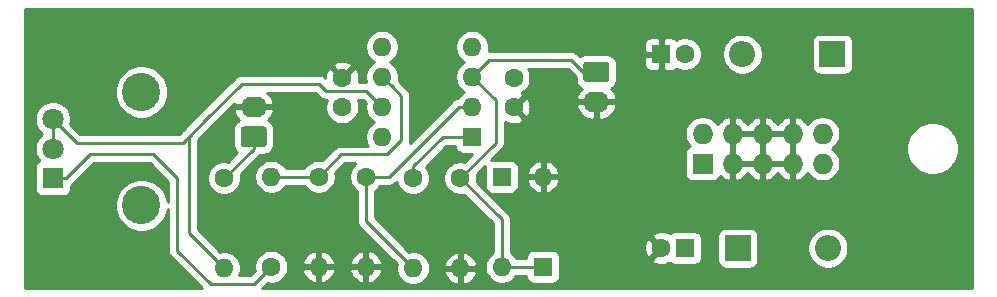
<source format=gbr>
G04 #@! TF.GenerationSoftware,KiCad,Pcbnew,5.1.6-c6e7f7d~87~ubuntu20.04.1*
G04 #@! TF.CreationDate,2020-08-28T15:20:52-04:00*
G04 #@! TF.ProjectId,Mikrokosmos,4d696b72-6f6b-46f7-936d-6f732e6b6963,rev?*
G04 #@! TF.SameCoordinates,Original*
G04 #@! TF.FileFunction,Copper,L1,Top*
G04 #@! TF.FilePolarity,Positive*
%FSLAX46Y46*%
G04 Gerber Fmt 4.6, Leading zero omitted, Abs format (unit mm)*
G04 Created by KiCad (PCBNEW 5.1.6-c6e7f7d~87~ubuntu20.04.1) date 2020-08-28 15:20:52*
%MOMM*%
%LPD*%
G01*
G04 APERTURE LIST*
G04 #@! TA.AperFunction,ComponentPad*
%ADD10O,2.200000X1.740000*%
G04 #@! TD*
G04 #@! TA.AperFunction,ComponentPad*
%ADD11O,2.200000X2.200000*%
G04 #@! TD*
G04 #@! TA.AperFunction,ComponentPad*
%ADD12R,2.200000X2.200000*%
G04 #@! TD*
G04 #@! TA.AperFunction,ComponentPad*
%ADD13O,1.600000X1.600000*%
G04 #@! TD*
G04 #@! TA.AperFunction,ComponentPad*
%ADD14R,1.600000X1.600000*%
G04 #@! TD*
G04 #@! TA.AperFunction,ComponentPad*
%ADD15R,1.727200X1.727200*%
G04 #@! TD*
G04 #@! TA.AperFunction,ComponentPad*
%ADD16O,1.727200X1.727200*%
G04 #@! TD*
G04 #@! TA.AperFunction,ComponentPad*
%ADD17C,3.240000*%
G04 #@! TD*
G04 #@! TA.AperFunction,ComponentPad*
%ADD18C,1.800000*%
G04 #@! TD*
G04 #@! TA.AperFunction,ComponentPad*
%ADD19R,1.800000X1.800000*%
G04 #@! TD*
G04 #@! TA.AperFunction,ComponentPad*
%ADD20C,1.600000*%
G04 #@! TD*
G04 #@! TA.AperFunction,Conductor*
%ADD21C,0.250000*%
G04 #@! TD*
G04 #@! TA.AperFunction,Conductor*
%ADD22C,0.254000*%
G04 #@! TD*
G04 APERTURE END LIST*
D10*
X127500000Y-108960000D03*
G04 #@! TA.AperFunction,ComponentPad*
G36*
G01*
X128350001Y-112370000D02*
X126649999Y-112370000D01*
G75*
G02*
X126400000Y-112120001I0J249999D01*
G01*
X126400000Y-110879999D01*
G75*
G02*
X126649999Y-110630000I249999J0D01*
G01*
X128350001Y-110630000D01*
G75*
G02*
X128600000Y-110879999I0J-249999D01*
G01*
X128600000Y-112120001D01*
G75*
G02*
X128350001Y-112370000I-249999J0D01*
G01*
G37*
G04 #@! TD.AperFunction*
X156500000Y-108540000D03*
G04 #@! TA.AperFunction,ComponentPad*
G36*
G01*
X155649999Y-105130000D02*
X157350001Y-105130000D01*
G75*
G02*
X157600000Y-105379999I0J-249999D01*
G01*
X157600000Y-106620001D01*
G75*
G02*
X157350001Y-106870000I-249999J0D01*
G01*
X155649999Y-106870000D01*
G75*
G02*
X155400000Y-106620001I0J249999D01*
G01*
X155400000Y-105379999D01*
G75*
G02*
X155649999Y-105130000I249999J0D01*
G01*
G37*
G04 #@! TD.AperFunction*
D11*
X168880000Y-104500000D03*
D12*
X176500000Y-104500000D03*
D11*
X176120000Y-120920000D03*
D12*
X168500000Y-120920000D03*
D13*
X152000000Y-114880000D03*
D14*
X152000000Y-122500000D03*
D13*
X148500000Y-122500000D03*
D14*
X148500000Y-114880000D03*
D15*
X165500000Y-113770000D03*
D16*
X165500000Y-111230000D03*
X168040000Y-113770000D03*
X168040000Y-111230000D03*
X170580000Y-113770000D03*
X170580000Y-111230000D03*
X173120000Y-113770000D03*
X173120000Y-111230000D03*
X175660000Y-113770000D03*
X175660000Y-111230000D03*
D17*
X118000000Y-117300000D03*
X118000000Y-107700000D03*
D18*
X110500000Y-110000000D03*
X110500000Y-112500000D03*
D19*
X110500000Y-115000000D03*
D13*
X138380000Y-111500000D03*
X146000000Y-103880000D03*
X138380000Y-108960000D03*
X146000000Y-106420000D03*
X138380000Y-106420000D03*
X146000000Y-108960000D03*
X138380000Y-103880000D03*
D14*
X146000000Y-111500000D03*
D13*
X125000000Y-122620000D03*
D20*
X125000000Y-115000000D03*
D13*
X129000000Y-114880000D03*
D20*
X129000000Y-122500000D03*
D13*
X133000000Y-122500000D03*
D20*
X133000000Y-114880000D03*
D13*
X141000000Y-122620000D03*
D20*
X141000000Y-115000000D03*
D13*
X137000000Y-122500000D03*
D20*
X137000000Y-114880000D03*
D13*
X145000000Y-122620000D03*
D20*
X145000000Y-115000000D03*
X149500000Y-106500000D03*
X149500000Y-109000000D03*
X135000000Y-106500000D03*
X135000000Y-109000000D03*
X164000000Y-104500000D03*
D14*
X162000000Y-104500000D03*
D20*
X162000000Y-120920000D03*
D14*
X164000000Y-120920000D03*
D21*
X138948630Y-114880000D02*
X137000000Y-114880000D01*
X144868630Y-108960000D02*
X138948630Y-114880000D01*
X146000000Y-108960000D02*
X144868630Y-108960000D01*
X137000000Y-118620000D02*
X141000000Y-122620000D01*
X137000000Y-114880000D02*
X137000000Y-118620000D01*
X143500000Y-111500000D02*
X146000000Y-111500000D01*
X141000000Y-115000000D02*
X141000000Y-114000000D01*
X141000000Y-114000000D02*
X143500000Y-111500000D01*
X129000000Y-114880000D02*
X133000000Y-114880000D01*
X140000000Y-111772501D02*
X140000000Y-108040000D01*
X140000000Y-108040000D02*
X139179999Y-107219999D01*
X138772501Y-113000000D02*
X140000000Y-111772501D01*
X139179999Y-107219999D02*
X138380000Y-106420000D01*
X133000000Y-114880000D02*
X134880000Y-113000000D01*
X134880000Y-113000000D02*
X138772501Y-113000000D01*
X111650000Y-115000000D02*
X110500000Y-115000000D01*
X127500000Y-124000000D02*
X123857499Y-124000000D01*
X129000000Y-122500000D02*
X127500000Y-124000000D01*
X113650000Y-113000000D02*
X111650000Y-115000000D01*
X123857499Y-124000000D02*
X121000000Y-121142501D01*
X121000000Y-121142501D02*
X121000000Y-115000000D01*
X121000000Y-115000000D02*
X119000000Y-113000000D01*
X119000000Y-113000000D02*
X113650000Y-113000000D01*
X110500000Y-110005000D02*
X110500000Y-112505000D01*
X137045001Y-107625001D02*
X138380000Y-108960000D01*
X133000000Y-107000000D02*
X133625001Y-107625001D01*
X123500000Y-110000000D02*
X126500000Y-107000000D01*
X126500000Y-107000000D02*
X133000000Y-107000000D01*
X133625001Y-107625001D02*
X137045001Y-107625001D01*
X122000000Y-119620000D02*
X125000000Y-122620000D01*
X122000000Y-111500000D02*
X122000000Y-119620000D01*
X123500000Y-110000000D02*
X122000000Y-111500000D01*
X121500000Y-112000000D02*
X123500000Y-110000000D01*
X110500000Y-110000000D02*
X112500000Y-112000000D01*
X112500000Y-112000000D02*
X121500000Y-112000000D01*
X127500000Y-112500000D02*
X127500000Y-111500000D01*
X125000000Y-115000000D02*
X127500000Y-112500000D01*
X152000000Y-122500000D02*
X148500000Y-122500000D01*
X148500000Y-118500000D02*
X148500000Y-122500000D01*
X145000000Y-115000000D02*
X148500000Y-118500000D01*
X148000000Y-108420000D02*
X146000000Y-106420000D01*
X145000000Y-115000000D02*
X148000000Y-112000000D01*
X148000000Y-112000000D02*
X148000000Y-108420000D01*
X155400000Y-106000000D02*
X156500000Y-106000000D01*
X154400000Y-105000000D02*
X155400000Y-106000000D01*
X146000000Y-106420000D02*
X147420000Y-105000000D01*
X147420000Y-105000000D02*
X154400000Y-105000000D01*
D22*
G36*
X188340000Y-124340000D02*
G01*
X128234801Y-124340000D01*
X128676114Y-123898688D01*
X128858665Y-123935000D01*
X129141335Y-123935000D01*
X129418574Y-123879853D01*
X129679727Y-123771680D01*
X129914759Y-123614637D01*
X130114637Y-123414759D01*
X130271680Y-123179727D01*
X130379853Y-122918574D01*
X130393684Y-122849040D01*
X131608091Y-122849040D01*
X131702930Y-123113881D01*
X131847615Y-123355131D01*
X132036586Y-123563519D01*
X132262580Y-123731037D01*
X132516913Y-123851246D01*
X132650961Y-123891904D01*
X132873000Y-123769915D01*
X132873000Y-122627000D01*
X133127000Y-122627000D01*
X133127000Y-123769915D01*
X133349039Y-123891904D01*
X133483087Y-123851246D01*
X133737420Y-123731037D01*
X133963414Y-123563519D01*
X134152385Y-123355131D01*
X134297070Y-123113881D01*
X134391909Y-122849040D01*
X135608091Y-122849040D01*
X135702930Y-123113881D01*
X135847615Y-123355131D01*
X136036586Y-123563519D01*
X136262580Y-123731037D01*
X136516913Y-123851246D01*
X136650961Y-123891904D01*
X136873000Y-123769915D01*
X136873000Y-122627000D01*
X137127000Y-122627000D01*
X137127000Y-123769915D01*
X137349039Y-123891904D01*
X137483087Y-123851246D01*
X137737420Y-123731037D01*
X137963414Y-123563519D01*
X138152385Y-123355131D01*
X138297070Y-123113881D01*
X138391909Y-122849040D01*
X138270624Y-122627000D01*
X137127000Y-122627000D01*
X136873000Y-122627000D01*
X135729376Y-122627000D01*
X135608091Y-122849040D01*
X134391909Y-122849040D01*
X134270624Y-122627000D01*
X133127000Y-122627000D01*
X132873000Y-122627000D01*
X131729376Y-122627000D01*
X131608091Y-122849040D01*
X130393684Y-122849040D01*
X130435000Y-122641335D01*
X130435000Y-122358665D01*
X130393685Y-122150960D01*
X131608091Y-122150960D01*
X131729376Y-122373000D01*
X132873000Y-122373000D01*
X132873000Y-121230085D01*
X133127000Y-121230085D01*
X133127000Y-122373000D01*
X134270624Y-122373000D01*
X134391909Y-122150960D01*
X135608091Y-122150960D01*
X135729376Y-122373000D01*
X136873000Y-122373000D01*
X136873000Y-121230085D01*
X137127000Y-121230085D01*
X137127000Y-122373000D01*
X138270624Y-122373000D01*
X138391909Y-122150960D01*
X138297070Y-121886119D01*
X138152385Y-121644869D01*
X137963414Y-121436481D01*
X137737420Y-121268963D01*
X137483087Y-121148754D01*
X137349039Y-121108096D01*
X137127000Y-121230085D01*
X136873000Y-121230085D01*
X136650961Y-121108096D01*
X136516913Y-121148754D01*
X136262580Y-121268963D01*
X136036586Y-121436481D01*
X135847615Y-121644869D01*
X135702930Y-121886119D01*
X135608091Y-122150960D01*
X134391909Y-122150960D01*
X134297070Y-121886119D01*
X134152385Y-121644869D01*
X133963414Y-121436481D01*
X133737420Y-121268963D01*
X133483087Y-121148754D01*
X133349039Y-121108096D01*
X133127000Y-121230085D01*
X132873000Y-121230085D01*
X132650961Y-121108096D01*
X132516913Y-121148754D01*
X132262580Y-121268963D01*
X132036586Y-121436481D01*
X131847615Y-121644869D01*
X131702930Y-121886119D01*
X131608091Y-122150960D01*
X130393685Y-122150960D01*
X130379853Y-122081426D01*
X130271680Y-121820273D01*
X130114637Y-121585241D01*
X129914759Y-121385363D01*
X129679727Y-121228320D01*
X129418574Y-121120147D01*
X129141335Y-121065000D01*
X128858665Y-121065000D01*
X128581426Y-121120147D01*
X128320273Y-121228320D01*
X128085241Y-121385363D01*
X127885363Y-121585241D01*
X127728320Y-121820273D01*
X127620147Y-122081426D01*
X127565000Y-122358665D01*
X127565000Y-122641335D01*
X127601312Y-122823886D01*
X127185199Y-123240000D01*
X126296420Y-123240000D01*
X126379853Y-123038574D01*
X126435000Y-122761335D01*
X126435000Y-122478665D01*
X126379853Y-122201426D01*
X126271680Y-121940273D01*
X126114637Y-121705241D01*
X125914759Y-121505363D01*
X125679727Y-121348320D01*
X125418574Y-121240147D01*
X125141335Y-121185000D01*
X124858665Y-121185000D01*
X124676114Y-121221312D01*
X122760000Y-119305199D01*
X122760000Y-114858665D01*
X123565000Y-114858665D01*
X123565000Y-115141335D01*
X123620147Y-115418574D01*
X123728320Y-115679727D01*
X123885363Y-115914759D01*
X124085241Y-116114637D01*
X124320273Y-116271680D01*
X124581426Y-116379853D01*
X124858665Y-116435000D01*
X125141335Y-116435000D01*
X125418574Y-116379853D01*
X125679727Y-116271680D01*
X125914759Y-116114637D01*
X126114637Y-115914759D01*
X126271680Y-115679727D01*
X126379853Y-115418574D01*
X126435000Y-115141335D01*
X126435000Y-114858665D01*
X126398688Y-114676114D01*
X128011004Y-113063798D01*
X128040001Y-113040001D01*
X128066204Y-113008072D01*
X128350001Y-113008072D01*
X128523255Y-112991008D01*
X128689851Y-112940472D01*
X128843387Y-112858405D01*
X128977962Y-112747962D01*
X129088405Y-112613387D01*
X129170472Y-112459851D01*
X129221008Y-112293255D01*
X129238072Y-112120001D01*
X129238072Y-110879999D01*
X129221008Y-110706745D01*
X129170472Y-110540149D01*
X129088405Y-110386613D01*
X128977962Y-110252038D01*
X128843387Y-110141595D01*
X128734686Y-110083493D01*
X128890536Y-109930494D01*
X129057571Y-109685437D01*
X129173588Y-109412502D01*
X129191302Y-109320031D01*
X129070246Y-109087000D01*
X127627000Y-109087000D01*
X127627000Y-109107000D01*
X127373000Y-109107000D01*
X127373000Y-109087000D01*
X125929754Y-109087000D01*
X125808698Y-109320031D01*
X125826412Y-109412502D01*
X125942429Y-109685437D01*
X126109464Y-109930494D01*
X126265314Y-110083493D01*
X126156613Y-110141595D01*
X126022038Y-110252038D01*
X125911595Y-110386613D01*
X125829528Y-110540149D01*
X125778992Y-110706745D01*
X125761928Y-110879999D01*
X125761928Y-112120001D01*
X125778992Y-112293255D01*
X125829528Y-112459851D01*
X125911595Y-112613387D01*
X126022038Y-112747962D01*
X126107280Y-112817918D01*
X125323886Y-113601312D01*
X125141335Y-113565000D01*
X124858665Y-113565000D01*
X124581426Y-113620147D01*
X124320273Y-113728320D01*
X124085241Y-113885363D01*
X123885363Y-114085241D01*
X123728320Y-114320273D01*
X123620147Y-114581426D01*
X123565000Y-114858665D01*
X122760000Y-114858665D01*
X122760000Y-111814801D01*
X124063799Y-110511003D01*
X124063803Y-110510998D01*
X125865496Y-108709305D01*
X125929754Y-108833000D01*
X127373000Y-108833000D01*
X127373000Y-108813000D01*
X127627000Y-108813000D01*
X127627000Y-108833000D01*
X129070246Y-108833000D01*
X129191302Y-108599969D01*
X129173588Y-108507498D01*
X129057571Y-108234563D01*
X128890536Y-107989506D01*
X128678903Y-107781744D01*
X128645701Y-107760000D01*
X132685199Y-107760000D01*
X133061201Y-108136003D01*
X133085000Y-108165002D01*
X133113998Y-108188800D01*
X133200724Y-108259975D01*
X133238699Y-108280273D01*
X133332754Y-108330547D01*
X133476015Y-108374004D01*
X133587668Y-108385001D01*
X133587678Y-108385001D01*
X133625001Y-108388677D01*
X133662324Y-108385001D01*
X133701509Y-108385001D01*
X133620147Y-108581426D01*
X133565000Y-108858665D01*
X133565000Y-109141335D01*
X133620147Y-109418574D01*
X133728320Y-109679727D01*
X133885363Y-109914759D01*
X134085241Y-110114637D01*
X134320273Y-110271680D01*
X134581426Y-110379853D01*
X134858665Y-110435000D01*
X135141335Y-110435000D01*
X135418574Y-110379853D01*
X135679727Y-110271680D01*
X135914759Y-110114637D01*
X136114637Y-109914759D01*
X136271680Y-109679727D01*
X136379853Y-109418574D01*
X136435000Y-109141335D01*
X136435000Y-108858665D01*
X136379853Y-108581426D01*
X136298491Y-108385001D01*
X136730200Y-108385001D01*
X136981312Y-108636114D01*
X136945000Y-108818665D01*
X136945000Y-109101335D01*
X137000147Y-109378574D01*
X137108320Y-109639727D01*
X137265363Y-109874759D01*
X137465241Y-110074637D01*
X137697759Y-110230000D01*
X137465241Y-110385363D01*
X137265363Y-110585241D01*
X137108320Y-110820273D01*
X137000147Y-111081426D01*
X136945000Y-111358665D01*
X136945000Y-111641335D01*
X137000147Y-111918574D01*
X137108320Y-112179727D01*
X137148593Y-112240000D01*
X134917322Y-112240000D01*
X134879999Y-112236324D01*
X134842676Y-112240000D01*
X134842667Y-112240000D01*
X134731014Y-112250997D01*
X134587753Y-112294454D01*
X134455724Y-112365026D01*
X134455722Y-112365027D01*
X134455723Y-112365027D01*
X134368996Y-112436201D01*
X134368992Y-112436205D01*
X134339999Y-112459999D01*
X134316205Y-112488992D01*
X133323886Y-113481312D01*
X133141335Y-113445000D01*
X132858665Y-113445000D01*
X132581426Y-113500147D01*
X132320273Y-113608320D01*
X132085241Y-113765363D01*
X131885363Y-113965241D01*
X131781957Y-114120000D01*
X130218043Y-114120000D01*
X130114637Y-113965241D01*
X129914759Y-113765363D01*
X129679727Y-113608320D01*
X129418574Y-113500147D01*
X129141335Y-113445000D01*
X128858665Y-113445000D01*
X128581426Y-113500147D01*
X128320273Y-113608320D01*
X128085241Y-113765363D01*
X127885363Y-113965241D01*
X127728320Y-114200273D01*
X127620147Y-114461426D01*
X127565000Y-114738665D01*
X127565000Y-115021335D01*
X127620147Y-115298574D01*
X127728320Y-115559727D01*
X127885363Y-115794759D01*
X128085241Y-115994637D01*
X128320273Y-116151680D01*
X128581426Y-116259853D01*
X128858665Y-116315000D01*
X129141335Y-116315000D01*
X129418574Y-116259853D01*
X129679727Y-116151680D01*
X129914759Y-115994637D01*
X130114637Y-115794759D01*
X130218043Y-115640000D01*
X131781957Y-115640000D01*
X131885363Y-115794759D01*
X132085241Y-115994637D01*
X132320273Y-116151680D01*
X132581426Y-116259853D01*
X132858665Y-116315000D01*
X133141335Y-116315000D01*
X133418574Y-116259853D01*
X133679727Y-116151680D01*
X133914759Y-115994637D01*
X134114637Y-115794759D01*
X134271680Y-115559727D01*
X134379853Y-115298574D01*
X134435000Y-115021335D01*
X134435000Y-114738665D01*
X134398688Y-114556114D01*
X135194803Y-113760000D01*
X136093267Y-113760000D01*
X136085241Y-113765363D01*
X135885363Y-113965241D01*
X135728320Y-114200273D01*
X135620147Y-114461426D01*
X135565000Y-114738665D01*
X135565000Y-115021335D01*
X135620147Y-115298574D01*
X135728320Y-115559727D01*
X135885363Y-115794759D01*
X136085241Y-115994637D01*
X136240000Y-116098044D01*
X136240001Y-118582668D01*
X136236324Y-118620000D01*
X136250998Y-118768985D01*
X136294454Y-118912246D01*
X136365026Y-119044276D01*
X136436201Y-119131002D01*
X136460000Y-119160001D01*
X136488998Y-119183799D01*
X139601312Y-122296114D01*
X139565000Y-122478665D01*
X139565000Y-122761335D01*
X139620147Y-123038574D01*
X139728320Y-123299727D01*
X139885363Y-123534759D01*
X140085241Y-123734637D01*
X140320273Y-123891680D01*
X140581426Y-123999853D01*
X140858665Y-124055000D01*
X141141335Y-124055000D01*
X141418574Y-123999853D01*
X141679727Y-123891680D01*
X141914759Y-123734637D01*
X142114637Y-123534759D01*
X142271680Y-123299727D01*
X142379853Y-123038574D01*
X142393684Y-122969040D01*
X143608091Y-122969040D01*
X143702930Y-123233881D01*
X143847615Y-123475131D01*
X144036586Y-123683519D01*
X144262580Y-123851037D01*
X144516913Y-123971246D01*
X144650961Y-124011904D01*
X144873000Y-123889915D01*
X144873000Y-122747000D01*
X145127000Y-122747000D01*
X145127000Y-123889915D01*
X145349039Y-124011904D01*
X145483087Y-123971246D01*
X145737420Y-123851037D01*
X145963414Y-123683519D01*
X146152385Y-123475131D01*
X146297070Y-123233881D01*
X146391909Y-122969040D01*
X146270624Y-122747000D01*
X145127000Y-122747000D01*
X144873000Y-122747000D01*
X143729376Y-122747000D01*
X143608091Y-122969040D01*
X142393684Y-122969040D01*
X142435000Y-122761335D01*
X142435000Y-122478665D01*
X142393685Y-122270960D01*
X143608091Y-122270960D01*
X143729376Y-122493000D01*
X144873000Y-122493000D01*
X144873000Y-121350085D01*
X145127000Y-121350085D01*
X145127000Y-122493000D01*
X146270624Y-122493000D01*
X146391909Y-122270960D01*
X146297070Y-122006119D01*
X146152385Y-121764869D01*
X145963414Y-121556481D01*
X145737420Y-121388963D01*
X145483087Y-121268754D01*
X145349039Y-121228096D01*
X145127000Y-121350085D01*
X144873000Y-121350085D01*
X144650961Y-121228096D01*
X144516913Y-121268754D01*
X144262580Y-121388963D01*
X144036586Y-121556481D01*
X143847615Y-121764869D01*
X143702930Y-122006119D01*
X143608091Y-122270960D01*
X142393685Y-122270960D01*
X142379853Y-122201426D01*
X142271680Y-121940273D01*
X142114637Y-121705241D01*
X141914759Y-121505363D01*
X141679727Y-121348320D01*
X141418574Y-121240147D01*
X141141335Y-121185000D01*
X140858665Y-121185000D01*
X140676114Y-121221312D01*
X137760000Y-118305199D01*
X137760000Y-116098043D01*
X137914759Y-115994637D01*
X138114637Y-115794759D01*
X138218043Y-115640000D01*
X138911308Y-115640000D01*
X138948630Y-115643676D01*
X138985952Y-115640000D01*
X138985963Y-115640000D01*
X139097616Y-115629003D01*
X139240877Y-115585546D01*
X139372906Y-115514974D01*
X139488631Y-115420001D01*
X139512434Y-115390997D01*
X139597701Y-115305730D01*
X139620147Y-115418574D01*
X139728320Y-115679727D01*
X139885363Y-115914759D01*
X140085241Y-116114637D01*
X140320273Y-116271680D01*
X140581426Y-116379853D01*
X140858665Y-116435000D01*
X141141335Y-116435000D01*
X141418574Y-116379853D01*
X141679727Y-116271680D01*
X141914759Y-116114637D01*
X142114637Y-115914759D01*
X142271680Y-115679727D01*
X142379853Y-115418574D01*
X142435000Y-115141335D01*
X142435000Y-114858665D01*
X142379853Y-114581426D01*
X142271680Y-114320273D01*
X142114637Y-114085241D01*
X142052099Y-114022703D01*
X143814802Y-112260000D01*
X144561928Y-112260000D01*
X144561928Y-112300000D01*
X144574188Y-112424482D01*
X144610498Y-112544180D01*
X144669463Y-112654494D01*
X144748815Y-112751185D01*
X144845506Y-112830537D01*
X144955820Y-112889502D01*
X145075518Y-112925812D01*
X145200000Y-112938072D01*
X145987126Y-112938072D01*
X145323886Y-113601312D01*
X145141335Y-113565000D01*
X144858665Y-113565000D01*
X144581426Y-113620147D01*
X144320273Y-113728320D01*
X144085241Y-113885363D01*
X143885363Y-114085241D01*
X143728320Y-114320273D01*
X143620147Y-114581426D01*
X143565000Y-114858665D01*
X143565000Y-115141335D01*
X143620147Y-115418574D01*
X143728320Y-115679727D01*
X143885363Y-115914759D01*
X144085241Y-116114637D01*
X144320273Y-116271680D01*
X144581426Y-116379853D01*
X144858665Y-116435000D01*
X145141335Y-116435000D01*
X145323886Y-116398688D01*
X147740000Y-118814803D01*
X147740001Y-121281956D01*
X147585241Y-121385363D01*
X147385363Y-121585241D01*
X147228320Y-121820273D01*
X147120147Y-122081426D01*
X147065000Y-122358665D01*
X147065000Y-122641335D01*
X147120147Y-122918574D01*
X147228320Y-123179727D01*
X147385363Y-123414759D01*
X147585241Y-123614637D01*
X147820273Y-123771680D01*
X148081426Y-123879853D01*
X148358665Y-123935000D01*
X148641335Y-123935000D01*
X148918574Y-123879853D01*
X149179727Y-123771680D01*
X149414759Y-123614637D01*
X149614637Y-123414759D01*
X149718043Y-123260000D01*
X150561928Y-123260000D01*
X150561928Y-123300000D01*
X150574188Y-123424482D01*
X150610498Y-123544180D01*
X150669463Y-123654494D01*
X150748815Y-123751185D01*
X150845506Y-123830537D01*
X150955820Y-123889502D01*
X151075518Y-123925812D01*
X151200000Y-123938072D01*
X152800000Y-123938072D01*
X152924482Y-123925812D01*
X153044180Y-123889502D01*
X153154494Y-123830537D01*
X153251185Y-123751185D01*
X153330537Y-123654494D01*
X153389502Y-123544180D01*
X153425812Y-123424482D01*
X153438072Y-123300000D01*
X153438072Y-121700000D01*
X153425812Y-121575518D01*
X153389502Y-121455820D01*
X153330537Y-121345506D01*
X153251185Y-121248815D01*
X153154494Y-121169463D01*
X153044180Y-121110498D01*
X152924482Y-121074188D01*
X152800000Y-121061928D01*
X151200000Y-121061928D01*
X151075518Y-121074188D01*
X150955820Y-121110498D01*
X150845506Y-121169463D01*
X150748815Y-121248815D01*
X150669463Y-121345506D01*
X150610498Y-121455820D01*
X150574188Y-121575518D01*
X150561928Y-121700000D01*
X150561928Y-121740000D01*
X149718043Y-121740000D01*
X149614637Y-121585241D01*
X149414759Y-121385363D01*
X149260000Y-121281957D01*
X149260000Y-120990512D01*
X160559783Y-120990512D01*
X160601213Y-121270130D01*
X160696397Y-121536292D01*
X160763329Y-121661514D01*
X161007298Y-121733097D01*
X161820395Y-120920000D01*
X161007298Y-120106903D01*
X160763329Y-120178486D01*
X160642429Y-120433996D01*
X160573700Y-120708184D01*
X160559783Y-120990512D01*
X149260000Y-120990512D01*
X149260000Y-119927298D01*
X161186903Y-119927298D01*
X162000000Y-120740395D01*
X162014143Y-120726253D01*
X162193748Y-120905858D01*
X162179605Y-120920000D01*
X162193748Y-120934143D01*
X162014143Y-121113748D01*
X162000000Y-121099605D01*
X161186903Y-121912702D01*
X161258486Y-122156671D01*
X161513996Y-122277571D01*
X161788184Y-122346300D01*
X162070512Y-122360217D01*
X162350130Y-122318787D01*
X162616292Y-122223603D01*
X162738309Y-122158384D01*
X162748815Y-122171185D01*
X162845506Y-122250537D01*
X162955820Y-122309502D01*
X163075518Y-122345812D01*
X163200000Y-122358072D01*
X164800000Y-122358072D01*
X164924482Y-122345812D01*
X165044180Y-122309502D01*
X165154494Y-122250537D01*
X165251185Y-122171185D01*
X165330537Y-122074494D01*
X165389502Y-121964180D01*
X165425812Y-121844482D01*
X165438072Y-121720000D01*
X165438072Y-120120000D01*
X165425812Y-119995518D01*
X165389502Y-119875820D01*
X165359666Y-119820000D01*
X166761928Y-119820000D01*
X166761928Y-122020000D01*
X166774188Y-122144482D01*
X166810498Y-122264180D01*
X166869463Y-122374494D01*
X166948815Y-122471185D01*
X167045506Y-122550537D01*
X167155820Y-122609502D01*
X167275518Y-122645812D01*
X167400000Y-122658072D01*
X169600000Y-122658072D01*
X169724482Y-122645812D01*
X169844180Y-122609502D01*
X169954494Y-122550537D01*
X170051185Y-122471185D01*
X170130537Y-122374494D01*
X170189502Y-122264180D01*
X170225812Y-122144482D01*
X170238072Y-122020000D01*
X170238072Y-120749117D01*
X174385000Y-120749117D01*
X174385000Y-121090883D01*
X174451675Y-121426081D01*
X174582463Y-121741831D01*
X174772337Y-122025998D01*
X175014002Y-122267663D01*
X175298169Y-122457537D01*
X175613919Y-122588325D01*
X175949117Y-122655000D01*
X176290883Y-122655000D01*
X176626081Y-122588325D01*
X176941831Y-122457537D01*
X177225998Y-122267663D01*
X177467663Y-122025998D01*
X177657537Y-121741831D01*
X177788325Y-121426081D01*
X177855000Y-121090883D01*
X177855000Y-120749117D01*
X177788325Y-120413919D01*
X177657537Y-120098169D01*
X177467663Y-119814002D01*
X177225998Y-119572337D01*
X176941831Y-119382463D01*
X176626081Y-119251675D01*
X176290883Y-119185000D01*
X175949117Y-119185000D01*
X175613919Y-119251675D01*
X175298169Y-119382463D01*
X175014002Y-119572337D01*
X174772337Y-119814002D01*
X174582463Y-120098169D01*
X174451675Y-120413919D01*
X174385000Y-120749117D01*
X170238072Y-120749117D01*
X170238072Y-119820000D01*
X170225812Y-119695518D01*
X170189502Y-119575820D01*
X170130537Y-119465506D01*
X170051185Y-119368815D01*
X169954494Y-119289463D01*
X169844180Y-119230498D01*
X169724482Y-119194188D01*
X169600000Y-119181928D01*
X167400000Y-119181928D01*
X167275518Y-119194188D01*
X167155820Y-119230498D01*
X167045506Y-119289463D01*
X166948815Y-119368815D01*
X166869463Y-119465506D01*
X166810498Y-119575820D01*
X166774188Y-119695518D01*
X166761928Y-119820000D01*
X165359666Y-119820000D01*
X165330537Y-119765506D01*
X165251185Y-119668815D01*
X165154494Y-119589463D01*
X165044180Y-119530498D01*
X164924482Y-119494188D01*
X164800000Y-119481928D01*
X163200000Y-119481928D01*
X163075518Y-119494188D01*
X162955820Y-119530498D01*
X162845506Y-119589463D01*
X162748815Y-119668815D01*
X162738193Y-119681758D01*
X162486004Y-119562429D01*
X162211816Y-119493700D01*
X161929488Y-119479783D01*
X161649870Y-119521213D01*
X161383708Y-119616397D01*
X161258486Y-119683329D01*
X161186903Y-119927298D01*
X149260000Y-119927298D01*
X149260000Y-118537322D01*
X149263676Y-118499999D01*
X149260000Y-118462676D01*
X149260000Y-118462667D01*
X149249003Y-118351014D01*
X149205546Y-118207753D01*
X149134974Y-118075724D01*
X149118952Y-118056201D01*
X149063799Y-117988996D01*
X149063795Y-117988992D01*
X149040001Y-117959999D01*
X149011009Y-117936206D01*
X146398688Y-115323886D01*
X146435000Y-115141335D01*
X146435000Y-114858665D01*
X146398688Y-114676114D01*
X147069261Y-114005540D01*
X147061928Y-114080000D01*
X147061928Y-115680000D01*
X147074188Y-115804482D01*
X147110498Y-115924180D01*
X147169463Y-116034494D01*
X147248815Y-116131185D01*
X147345506Y-116210537D01*
X147455820Y-116269502D01*
X147575518Y-116305812D01*
X147700000Y-116318072D01*
X149300000Y-116318072D01*
X149424482Y-116305812D01*
X149544180Y-116269502D01*
X149654494Y-116210537D01*
X149751185Y-116131185D01*
X149830537Y-116034494D01*
X149889502Y-115924180D01*
X149925812Y-115804482D01*
X149938072Y-115680000D01*
X149938072Y-115229040D01*
X150608091Y-115229040D01*
X150702930Y-115493881D01*
X150847615Y-115735131D01*
X151036586Y-115943519D01*
X151262580Y-116111037D01*
X151516913Y-116231246D01*
X151650961Y-116271904D01*
X151873000Y-116149915D01*
X151873000Y-115007000D01*
X152127000Y-115007000D01*
X152127000Y-116149915D01*
X152349039Y-116271904D01*
X152483087Y-116231246D01*
X152737420Y-116111037D01*
X152963414Y-115943519D01*
X153152385Y-115735131D01*
X153297070Y-115493881D01*
X153391909Y-115229040D01*
X153270624Y-115007000D01*
X152127000Y-115007000D01*
X151873000Y-115007000D01*
X150729376Y-115007000D01*
X150608091Y-115229040D01*
X149938072Y-115229040D01*
X149938072Y-114530960D01*
X150608091Y-114530960D01*
X150729376Y-114753000D01*
X151873000Y-114753000D01*
X151873000Y-113610085D01*
X152127000Y-113610085D01*
X152127000Y-114753000D01*
X153270624Y-114753000D01*
X153391909Y-114530960D01*
X153297070Y-114266119D01*
X153152385Y-114024869D01*
X152963414Y-113816481D01*
X152737420Y-113648963D01*
X152483087Y-113528754D01*
X152349039Y-113488096D01*
X152127000Y-113610085D01*
X151873000Y-113610085D01*
X151650961Y-113488096D01*
X151516913Y-113528754D01*
X151262580Y-113648963D01*
X151036586Y-113816481D01*
X150847615Y-114024869D01*
X150702930Y-114266119D01*
X150608091Y-114530960D01*
X149938072Y-114530960D01*
X149938072Y-114080000D01*
X149925812Y-113955518D01*
X149889502Y-113835820D01*
X149830537Y-113725506D01*
X149751185Y-113628815D01*
X149654494Y-113549463D01*
X149544180Y-113490498D01*
X149424482Y-113454188D01*
X149300000Y-113441928D01*
X147700000Y-113441928D01*
X147625540Y-113449261D01*
X148168401Y-112906400D01*
X163998328Y-112906400D01*
X163998328Y-114633600D01*
X164010588Y-114758082D01*
X164046898Y-114877780D01*
X164105863Y-114988094D01*
X164185215Y-115084785D01*
X164281906Y-115164137D01*
X164392220Y-115223102D01*
X164511918Y-115259412D01*
X164636400Y-115271672D01*
X166363600Y-115271672D01*
X166488082Y-115259412D01*
X166607780Y-115223102D01*
X166718094Y-115164137D01*
X166814785Y-115084785D01*
X166894137Y-114988094D01*
X166953102Y-114877780D01*
X166972624Y-114813426D01*
X167029707Y-114876854D01*
X167265056Y-115052684D01*
X167530186Y-115179222D01*
X167680974Y-115224958D01*
X167913000Y-115103817D01*
X167913000Y-113897000D01*
X168167000Y-113897000D01*
X168167000Y-115103817D01*
X168399026Y-115224958D01*
X168549814Y-115179222D01*
X168814944Y-115052684D01*
X169050293Y-114876854D01*
X169246817Y-114658488D01*
X169310000Y-114552230D01*
X169373183Y-114658488D01*
X169569707Y-114876854D01*
X169805056Y-115052684D01*
X170070186Y-115179222D01*
X170220974Y-115224958D01*
X170453000Y-115103817D01*
X170453000Y-113897000D01*
X170707000Y-113897000D01*
X170707000Y-115103817D01*
X170939026Y-115224958D01*
X171089814Y-115179222D01*
X171354944Y-115052684D01*
X171590293Y-114876854D01*
X171786817Y-114658488D01*
X171850000Y-114552230D01*
X171913183Y-114658488D01*
X172109707Y-114876854D01*
X172345056Y-115052684D01*
X172610186Y-115179222D01*
X172760974Y-115224958D01*
X172993000Y-115103817D01*
X172993000Y-113897000D01*
X170707000Y-113897000D01*
X170453000Y-113897000D01*
X168167000Y-113897000D01*
X167913000Y-113897000D01*
X167893000Y-113897000D01*
X167893000Y-113643000D01*
X167913000Y-113643000D01*
X167913000Y-111357000D01*
X168167000Y-111357000D01*
X168167000Y-113643000D01*
X170453000Y-113643000D01*
X170453000Y-111357000D01*
X170707000Y-111357000D01*
X170707000Y-113643000D01*
X172993000Y-113643000D01*
X172993000Y-111357000D01*
X170707000Y-111357000D01*
X170453000Y-111357000D01*
X168167000Y-111357000D01*
X167913000Y-111357000D01*
X167893000Y-111357000D01*
X167893000Y-111103000D01*
X167913000Y-111103000D01*
X167913000Y-109896183D01*
X168167000Y-109896183D01*
X168167000Y-111103000D01*
X170453000Y-111103000D01*
X170453000Y-109896183D01*
X170707000Y-109896183D01*
X170707000Y-111103000D01*
X172993000Y-111103000D01*
X172993000Y-109896183D01*
X173247000Y-109896183D01*
X173247000Y-111103000D01*
X173267000Y-111103000D01*
X173267000Y-111357000D01*
X173247000Y-111357000D01*
X173247000Y-113643000D01*
X173267000Y-113643000D01*
X173267000Y-113897000D01*
X173247000Y-113897000D01*
X173247000Y-115103817D01*
X173479026Y-115224958D01*
X173629814Y-115179222D01*
X173894944Y-115052684D01*
X174130293Y-114876854D01*
X174326817Y-114658488D01*
X174385441Y-114559897D01*
X174495961Y-114725302D01*
X174704698Y-114934039D01*
X174950147Y-115098042D01*
X175222875Y-115211010D01*
X175512401Y-115268600D01*
X175807599Y-115268600D01*
X176097125Y-115211010D01*
X176369853Y-115098042D01*
X176615302Y-114934039D01*
X176824039Y-114725302D01*
X176988042Y-114479853D01*
X177101010Y-114207125D01*
X177158600Y-113917599D01*
X177158600Y-113622401D01*
X177101010Y-113332875D01*
X176988042Y-113060147D01*
X176824039Y-112814698D01*
X176615302Y-112605961D01*
X176456719Y-112500000D01*
X176615302Y-112394039D01*
X176729469Y-112279872D01*
X182765000Y-112279872D01*
X182765000Y-112720128D01*
X182850890Y-113151925D01*
X183019369Y-113558669D01*
X183263962Y-113924729D01*
X183575271Y-114236038D01*
X183941331Y-114480631D01*
X184348075Y-114649110D01*
X184779872Y-114735000D01*
X185220128Y-114735000D01*
X185651925Y-114649110D01*
X186058669Y-114480631D01*
X186424729Y-114236038D01*
X186736038Y-113924729D01*
X186980631Y-113558669D01*
X187149110Y-113151925D01*
X187235000Y-112720128D01*
X187235000Y-112279872D01*
X187149110Y-111848075D01*
X186980631Y-111441331D01*
X186736038Y-111075271D01*
X186424729Y-110763962D01*
X186058669Y-110519369D01*
X185651925Y-110350890D01*
X185220128Y-110265000D01*
X184779872Y-110265000D01*
X184348075Y-110350890D01*
X183941331Y-110519369D01*
X183575271Y-110763962D01*
X183263962Y-111075271D01*
X183019369Y-111441331D01*
X182850890Y-111848075D01*
X182765000Y-112279872D01*
X176729469Y-112279872D01*
X176824039Y-112185302D01*
X176988042Y-111939853D01*
X177101010Y-111667125D01*
X177158600Y-111377599D01*
X177158600Y-111082401D01*
X177101010Y-110792875D01*
X176988042Y-110520147D01*
X176824039Y-110274698D01*
X176615302Y-110065961D01*
X176369853Y-109901958D01*
X176097125Y-109788990D01*
X175807599Y-109731400D01*
X175512401Y-109731400D01*
X175222875Y-109788990D01*
X174950147Y-109901958D01*
X174704698Y-110065961D01*
X174495961Y-110274698D01*
X174385441Y-110440103D01*
X174326817Y-110341512D01*
X174130293Y-110123146D01*
X173894944Y-109947316D01*
X173629814Y-109820778D01*
X173479026Y-109775042D01*
X173247000Y-109896183D01*
X172993000Y-109896183D01*
X172760974Y-109775042D01*
X172610186Y-109820778D01*
X172345056Y-109947316D01*
X172109707Y-110123146D01*
X171913183Y-110341512D01*
X171850000Y-110447770D01*
X171786817Y-110341512D01*
X171590293Y-110123146D01*
X171354944Y-109947316D01*
X171089814Y-109820778D01*
X170939026Y-109775042D01*
X170707000Y-109896183D01*
X170453000Y-109896183D01*
X170220974Y-109775042D01*
X170070186Y-109820778D01*
X169805056Y-109947316D01*
X169569707Y-110123146D01*
X169373183Y-110341512D01*
X169310000Y-110447770D01*
X169246817Y-110341512D01*
X169050293Y-110123146D01*
X168814944Y-109947316D01*
X168549814Y-109820778D01*
X168399026Y-109775042D01*
X168167000Y-109896183D01*
X167913000Y-109896183D01*
X167680974Y-109775042D01*
X167530186Y-109820778D01*
X167265056Y-109947316D01*
X167029707Y-110123146D01*
X166833183Y-110341512D01*
X166774559Y-110440103D01*
X166664039Y-110274698D01*
X166455302Y-110065961D01*
X166209853Y-109901958D01*
X165937125Y-109788990D01*
X165647599Y-109731400D01*
X165352401Y-109731400D01*
X165062875Y-109788990D01*
X164790147Y-109901958D01*
X164544698Y-110065961D01*
X164335961Y-110274698D01*
X164171958Y-110520147D01*
X164058990Y-110792875D01*
X164001400Y-111082401D01*
X164001400Y-111377599D01*
X164058990Y-111667125D01*
X164171958Y-111939853D01*
X164335961Y-112185302D01*
X164450023Y-112299364D01*
X164392220Y-112316898D01*
X164281906Y-112375863D01*
X164185215Y-112455215D01*
X164105863Y-112551906D01*
X164046898Y-112662220D01*
X164010588Y-112781918D01*
X163998328Y-112906400D01*
X148168401Y-112906400D01*
X148511004Y-112563798D01*
X148540001Y-112540001D01*
X148634974Y-112424276D01*
X148705546Y-112292247D01*
X148749003Y-112148986D01*
X148760000Y-112037333D01*
X148760000Y-112037325D01*
X148763676Y-112000000D01*
X148760000Y-111962675D01*
X148760000Y-110237387D01*
X149013996Y-110357571D01*
X149288184Y-110426300D01*
X149570512Y-110440217D01*
X149850130Y-110398787D01*
X150116292Y-110303603D01*
X150241514Y-110236671D01*
X150313097Y-109992702D01*
X149500000Y-109179605D01*
X149485858Y-109193748D01*
X149306253Y-109014143D01*
X149320395Y-109000000D01*
X149679605Y-109000000D01*
X150492702Y-109813097D01*
X150736671Y-109741514D01*
X150857571Y-109486004D01*
X150926300Y-109211816D01*
X150940217Y-108929488D01*
X150935853Y-108900031D01*
X154808698Y-108900031D01*
X154826412Y-108992502D01*
X154942429Y-109265437D01*
X155109464Y-109510494D01*
X155321097Y-109718256D01*
X155569196Y-109880738D01*
X155844227Y-109991696D01*
X156135620Y-110046866D01*
X156373000Y-109890586D01*
X156373000Y-108667000D01*
X156627000Y-108667000D01*
X156627000Y-109890586D01*
X156864380Y-110046866D01*
X157155773Y-109991696D01*
X157430804Y-109880738D01*
X157678903Y-109718256D01*
X157890536Y-109510494D01*
X158057571Y-109265437D01*
X158173588Y-108992502D01*
X158191302Y-108900031D01*
X158070246Y-108667000D01*
X156627000Y-108667000D01*
X156373000Y-108667000D01*
X154929754Y-108667000D01*
X154808698Y-108900031D01*
X150935853Y-108900031D01*
X150898787Y-108649870D01*
X150803603Y-108383708D01*
X150736671Y-108258486D01*
X150492702Y-108186903D01*
X149679605Y-109000000D01*
X149320395Y-109000000D01*
X149306253Y-108985858D01*
X149485858Y-108806253D01*
X149500000Y-108820395D01*
X150313097Y-108007298D01*
X150241514Y-107763329D01*
X150212659Y-107749676D01*
X150414759Y-107614637D01*
X150614637Y-107414759D01*
X150771680Y-107179727D01*
X150879853Y-106918574D01*
X150935000Y-106641335D01*
X150935000Y-106358665D01*
X150879853Y-106081426D01*
X150771680Y-105820273D01*
X150731407Y-105760000D01*
X154085199Y-105760000D01*
X154761928Y-106436730D01*
X154761928Y-106620001D01*
X154778992Y-106793255D01*
X154829528Y-106959851D01*
X154911595Y-107113387D01*
X155022038Y-107247962D01*
X155156613Y-107358405D01*
X155265314Y-107416507D01*
X155109464Y-107569506D01*
X154942429Y-107814563D01*
X154826412Y-108087498D01*
X154808698Y-108179969D01*
X154929754Y-108413000D01*
X156373000Y-108413000D01*
X156373000Y-108393000D01*
X156627000Y-108393000D01*
X156627000Y-108413000D01*
X158070246Y-108413000D01*
X158191302Y-108179969D01*
X158173588Y-108087498D01*
X158057571Y-107814563D01*
X157890536Y-107569506D01*
X157734686Y-107416507D01*
X157843387Y-107358405D01*
X157977962Y-107247962D01*
X158088405Y-107113387D01*
X158170472Y-106959851D01*
X158221008Y-106793255D01*
X158238072Y-106620001D01*
X158238072Y-105379999D01*
X158230193Y-105300000D01*
X160561928Y-105300000D01*
X160574188Y-105424482D01*
X160610498Y-105544180D01*
X160669463Y-105654494D01*
X160748815Y-105751185D01*
X160845506Y-105830537D01*
X160955820Y-105889502D01*
X161075518Y-105925812D01*
X161200000Y-105938072D01*
X161714250Y-105935000D01*
X161873000Y-105776250D01*
X161873000Y-104627000D01*
X160723750Y-104627000D01*
X160565000Y-104785750D01*
X160561928Y-105300000D01*
X158230193Y-105300000D01*
X158221008Y-105206745D01*
X158170472Y-105040149D01*
X158088405Y-104886613D01*
X157977962Y-104752038D01*
X157843387Y-104641595D01*
X157689851Y-104559528D01*
X157523255Y-104508992D01*
X157350001Y-104491928D01*
X155649999Y-104491928D01*
X155476745Y-104508992D01*
X155310149Y-104559528D01*
X155156613Y-104641595D01*
X155134524Y-104659723D01*
X154963804Y-104489002D01*
X154940001Y-104459999D01*
X154824276Y-104365026D01*
X154692247Y-104294454D01*
X154548986Y-104250997D01*
X154437333Y-104240000D01*
X154437322Y-104240000D01*
X154400000Y-104236324D01*
X154362678Y-104240000D01*
X147457322Y-104240000D01*
X147419999Y-104236324D01*
X147391681Y-104239113D01*
X147435000Y-104021335D01*
X147435000Y-103738665D01*
X147427309Y-103700000D01*
X160561928Y-103700000D01*
X160565000Y-104214250D01*
X160723750Y-104373000D01*
X161873000Y-104373000D01*
X161873000Y-103223750D01*
X162127000Y-103223750D01*
X162127000Y-104373000D01*
X162147000Y-104373000D01*
X162147000Y-104627000D01*
X162127000Y-104627000D01*
X162127000Y-105776250D01*
X162285750Y-105935000D01*
X162800000Y-105938072D01*
X162924482Y-105925812D01*
X163044180Y-105889502D01*
X163154494Y-105830537D01*
X163251185Y-105751185D01*
X163264790Y-105734607D01*
X163320273Y-105771680D01*
X163581426Y-105879853D01*
X163858665Y-105935000D01*
X164141335Y-105935000D01*
X164418574Y-105879853D01*
X164679727Y-105771680D01*
X164914759Y-105614637D01*
X165114637Y-105414759D01*
X165271680Y-105179727D01*
X165379853Y-104918574D01*
X165435000Y-104641335D01*
X165435000Y-104358665D01*
X165429123Y-104329117D01*
X167145000Y-104329117D01*
X167145000Y-104670883D01*
X167211675Y-105006081D01*
X167342463Y-105321831D01*
X167532337Y-105605998D01*
X167774002Y-105847663D01*
X168058169Y-106037537D01*
X168373919Y-106168325D01*
X168709117Y-106235000D01*
X169050883Y-106235000D01*
X169386081Y-106168325D01*
X169701831Y-106037537D01*
X169985998Y-105847663D01*
X170227663Y-105605998D01*
X170417537Y-105321831D01*
X170548325Y-105006081D01*
X170615000Y-104670883D01*
X170615000Y-104329117D01*
X170548325Y-103993919D01*
X170417537Y-103678169D01*
X170231671Y-103400000D01*
X174761928Y-103400000D01*
X174761928Y-105600000D01*
X174774188Y-105724482D01*
X174810498Y-105844180D01*
X174869463Y-105954494D01*
X174948815Y-106051185D01*
X175045506Y-106130537D01*
X175155820Y-106189502D01*
X175275518Y-106225812D01*
X175400000Y-106238072D01*
X177600000Y-106238072D01*
X177724482Y-106225812D01*
X177844180Y-106189502D01*
X177954494Y-106130537D01*
X178051185Y-106051185D01*
X178130537Y-105954494D01*
X178189502Y-105844180D01*
X178225812Y-105724482D01*
X178238072Y-105600000D01*
X178238072Y-103400000D01*
X178225812Y-103275518D01*
X178189502Y-103155820D01*
X178130537Y-103045506D01*
X178051185Y-102948815D01*
X177954494Y-102869463D01*
X177844180Y-102810498D01*
X177724482Y-102774188D01*
X177600000Y-102761928D01*
X175400000Y-102761928D01*
X175275518Y-102774188D01*
X175155820Y-102810498D01*
X175045506Y-102869463D01*
X174948815Y-102948815D01*
X174869463Y-103045506D01*
X174810498Y-103155820D01*
X174774188Y-103275518D01*
X174761928Y-103400000D01*
X170231671Y-103400000D01*
X170227663Y-103394002D01*
X169985998Y-103152337D01*
X169701831Y-102962463D01*
X169386081Y-102831675D01*
X169050883Y-102765000D01*
X168709117Y-102765000D01*
X168373919Y-102831675D01*
X168058169Y-102962463D01*
X167774002Y-103152337D01*
X167532337Y-103394002D01*
X167342463Y-103678169D01*
X167211675Y-103993919D01*
X167145000Y-104329117D01*
X165429123Y-104329117D01*
X165379853Y-104081426D01*
X165271680Y-103820273D01*
X165114637Y-103585241D01*
X164914759Y-103385363D01*
X164679727Y-103228320D01*
X164418574Y-103120147D01*
X164141335Y-103065000D01*
X163858665Y-103065000D01*
X163581426Y-103120147D01*
X163320273Y-103228320D01*
X163264790Y-103265393D01*
X163251185Y-103248815D01*
X163154494Y-103169463D01*
X163044180Y-103110498D01*
X162924482Y-103074188D01*
X162800000Y-103061928D01*
X162285750Y-103065000D01*
X162127000Y-103223750D01*
X161873000Y-103223750D01*
X161714250Y-103065000D01*
X161200000Y-103061928D01*
X161075518Y-103074188D01*
X160955820Y-103110498D01*
X160845506Y-103169463D01*
X160748815Y-103248815D01*
X160669463Y-103345506D01*
X160610498Y-103455820D01*
X160574188Y-103575518D01*
X160561928Y-103700000D01*
X147427309Y-103700000D01*
X147379853Y-103461426D01*
X147271680Y-103200273D01*
X147114637Y-102965241D01*
X146914759Y-102765363D01*
X146679727Y-102608320D01*
X146418574Y-102500147D01*
X146141335Y-102445000D01*
X145858665Y-102445000D01*
X145581426Y-102500147D01*
X145320273Y-102608320D01*
X145085241Y-102765363D01*
X144885363Y-102965241D01*
X144728320Y-103200273D01*
X144620147Y-103461426D01*
X144565000Y-103738665D01*
X144565000Y-104021335D01*
X144620147Y-104298574D01*
X144728320Y-104559727D01*
X144885363Y-104794759D01*
X145085241Y-104994637D01*
X145317759Y-105150000D01*
X145085241Y-105305363D01*
X144885363Y-105505241D01*
X144728320Y-105740273D01*
X144620147Y-106001426D01*
X144565000Y-106278665D01*
X144565000Y-106561335D01*
X144620147Y-106838574D01*
X144728320Y-107099727D01*
X144885363Y-107334759D01*
X145085241Y-107534637D01*
X145317759Y-107690000D01*
X145085241Y-107845363D01*
X144885363Y-108045241D01*
X144778481Y-108205202D01*
X144719644Y-108210997D01*
X144576383Y-108254454D01*
X144444354Y-108325026D01*
X144328629Y-108419999D01*
X144304831Y-108448997D01*
X140712715Y-112041113D01*
X140749003Y-111921487D01*
X140760000Y-111809834D01*
X140760000Y-111809826D01*
X140763676Y-111772501D01*
X140760000Y-111735176D01*
X140760000Y-108077333D01*
X140763677Y-108040000D01*
X140749003Y-107891014D01*
X140705546Y-107747753D01*
X140634974Y-107615724D01*
X140563799Y-107528997D01*
X140540001Y-107499999D01*
X140511002Y-107476201D01*
X139778688Y-106743887D01*
X139815000Y-106561335D01*
X139815000Y-106278665D01*
X139759853Y-106001426D01*
X139651680Y-105740273D01*
X139494637Y-105505241D01*
X139294759Y-105305363D01*
X139062241Y-105150000D01*
X139294759Y-104994637D01*
X139494637Y-104794759D01*
X139651680Y-104559727D01*
X139759853Y-104298574D01*
X139815000Y-104021335D01*
X139815000Y-103738665D01*
X139759853Y-103461426D01*
X139651680Y-103200273D01*
X139494637Y-102965241D01*
X139294759Y-102765363D01*
X139059727Y-102608320D01*
X138798574Y-102500147D01*
X138521335Y-102445000D01*
X138238665Y-102445000D01*
X137961426Y-102500147D01*
X137700273Y-102608320D01*
X137465241Y-102765363D01*
X137265363Y-102965241D01*
X137108320Y-103200273D01*
X137000147Y-103461426D01*
X136945000Y-103738665D01*
X136945000Y-104021335D01*
X137000147Y-104298574D01*
X137108320Y-104559727D01*
X137265363Y-104794759D01*
X137465241Y-104994637D01*
X137697759Y-105150000D01*
X137465241Y-105305363D01*
X137265363Y-105505241D01*
X137108320Y-105740273D01*
X137000147Y-106001426D01*
X136945000Y-106278665D01*
X136945000Y-106561335D01*
X137000147Y-106838574D01*
X137010960Y-106864678D01*
X137007679Y-106865001D01*
X136387902Y-106865001D01*
X136426300Y-106711816D01*
X136440217Y-106429488D01*
X136398787Y-106149870D01*
X136303603Y-105883708D01*
X136236671Y-105758486D01*
X135992702Y-105686903D01*
X135179605Y-106500000D01*
X135193748Y-106514143D01*
X135014143Y-106693748D01*
X135000000Y-106679605D01*
X134985858Y-106693748D01*
X134806253Y-106514143D01*
X134820395Y-106500000D01*
X134007298Y-105686903D01*
X133763329Y-105758486D01*
X133642429Y-106013996D01*
X133573700Y-106288184D01*
X133563801Y-106488999D01*
X133540001Y-106459999D01*
X133424276Y-106365026D01*
X133292247Y-106294454D01*
X133148986Y-106250997D01*
X133037333Y-106240000D01*
X133037322Y-106240000D01*
X133000000Y-106236324D01*
X132962678Y-106240000D01*
X126537325Y-106240000D01*
X126500000Y-106236324D01*
X126462675Y-106240000D01*
X126462667Y-106240000D01*
X126351014Y-106250997D01*
X126207753Y-106294454D01*
X126075724Y-106365026D01*
X125959999Y-106459999D01*
X125936201Y-106488997D01*
X122989002Y-109436197D01*
X122988997Y-109436201D01*
X121489001Y-110936197D01*
X121459999Y-110959999D01*
X121436199Y-110989000D01*
X121185199Y-111240000D01*
X112814802Y-111240000D01*
X111983731Y-110408930D01*
X112035000Y-110151184D01*
X112035000Y-109848816D01*
X111976011Y-109552257D01*
X111860299Y-109272905D01*
X111692312Y-109021495D01*
X111478505Y-108807688D01*
X111227095Y-108639701D01*
X110947743Y-108523989D01*
X110651184Y-108465000D01*
X110348816Y-108465000D01*
X110052257Y-108523989D01*
X109772905Y-108639701D01*
X109521495Y-108807688D01*
X109307688Y-109021495D01*
X109139701Y-109272905D01*
X109023989Y-109552257D01*
X108965000Y-109848816D01*
X108965000Y-110151184D01*
X109023989Y-110447743D01*
X109139701Y-110727095D01*
X109307688Y-110978505D01*
X109521495Y-111192312D01*
X109607831Y-111250000D01*
X109521495Y-111307688D01*
X109307688Y-111521495D01*
X109139701Y-111772905D01*
X109023989Y-112052257D01*
X108965000Y-112348816D01*
X108965000Y-112651184D01*
X109023989Y-112947743D01*
X109139701Y-113227095D01*
X109307688Y-113478505D01*
X109345303Y-113516120D01*
X109245506Y-113569463D01*
X109148815Y-113648815D01*
X109069463Y-113745506D01*
X109010498Y-113855820D01*
X108974188Y-113975518D01*
X108961928Y-114100000D01*
X108961928Y-115900000D01*
X108974188Y-116024482D01*
X109010498Y-116144180D01*
X109069463Y-116254494D01*
X109148815Y-116351185D01*
X109245506Y-116430537D01*
X109355820Y-116489502D01*
X109475518Y-116525812D01*
X109600000Y-116538072D01*
X111400000Y-116538072D01*
X111524482Y-116525812D01*
X111644180Y-116489502D01*
X111754494Y-116430537D01*
X111851185Y-116351185D01*
X111930537Y-116254494D01*
X111989502Y-116144180D01*
X112025812Y-116024482D01*
X112038072Y-115900000D01*
X112038072Y-115654326D01*
X112074276Y-115634974D01*
X112190001Y-115540001D01*
X112213804Y-115510997D01*
X113964802Y-113760000D01*
X118685199Y-113760000D01*
X120240001Y-115314803D01*
X120240001Y-117002495D01*
X120168342Y-116642241D01*
X119998355Y-116231857D01*
X119751573Y-115862521D01*
X119437479Y-115548427D01*
X119068143Y-115301645D01*
X118657759Y-115131658D01*
X118222098Y-115045000D01*
X117777902Y-115045000D01*
X117342241Y-115131658D01*
X116931857Y-115301645D01*
X116562521Y-115548427D01*
X116248427Y-115862521D01*
X116001645Y-116231857D01*
X115831658Y-116642241D01*
X115745000Y-117077902D01*
X115745000Y-117522098D01*
X115831658Y-117957759D01*
X116001645Y-118368143D01*
X116248427Y-118737479D01*
X116562521Y-119051573D01*
X116931857Y-119298355D01*
X117342241Y-119468342D01*
X117777902Y-119555000D01*
X118222098Y-119555000D01*
X118657759Y-119468342D01*
X119068143Y-119298355D01*
X119437479Y-119051573D01*
X119751573Y-118737479D01*
X119998355Y-118368143D01*
X120168342Y-117957759D01*
X120240001Y-117597506D01*
X120240000Y-121105178D01*
X120236324Y-121142501D01*
X120240000Y-121179823D01*
X120240000Y-121179833D01*
X120250997Y-121291486D01*
X120268773Y-121350085D01*
X120294454Y-121434747D01*
X120365026Y-121566777D01*
X120404871Y-121615327D01*
X120459999Y-121682502D01*
X120489003Y-121706305D01*
X123122697Y-124340000D01*
X108160000Y-124340000D01*
X108160000Y-107477902D01*
X115745000Y-107477902D01*
X115745000Y-107922098D01*
X115831658Y-108357759D01*
X116001645Y-108768143D01*
X116248427Y-109137479D01*
X116562521Y-109451573D01*
X116931857Y-109698355D01*
X117342241Y-109868342D01*
X117777902Y-109955000D01*
X118222098Y-109955000D01*
X118657759Y-109868342D01*
X119068143Y-109698355D01*
X119437479Y-109451573D01*
X119751573Y-109137479D01*
X119998355Y-108768143D01*
X120168342Y-108357759D01*
X120255000Y-107922098D01*
X120255000Y-107477902D01*
X120168342Y-107042241D01*
X119998355Y-106631857D01*
X119751573Y-106262521D01*
X119437479Y-105948427D01*
X119068143Y-105701645D01*
X118657759Y-105531658D01*
X118535293Y-105507298D01*
X134186903Y-105507298D01*
X135000000Y-106320395D01*
X135813097Y-105507298D01*
X135741514Y-105263329D01*
X135486004Y-105142429D01*
X135211816Y-105073700D01*
X134929488Y-105059783D01*
X134649870Y-105101213D01*
X134383708Y-105196397D01*
X134258486Y-105263329D01*
X134186903Y-105507298D01*
X118535293Y-105507298D01*
X118222098Y-105445000D01*
X117777902Y-105445000D01*
X117342241Y-105531658D01*
X116931857Y-105701645D01*
X116562521Y-105948427D01*
X116248427Y-106262521D01*
X116001645Y-106631857D01*
X115831658Y-107042241D01*
X115745000Y-107477902D01*
X108160000Y-107477902D01*
X108160000Y-100660000D01*
X188340001Y-100660000D01*
X188340000Y-124340000D01*
G37*
X188340000Y-124340000D02*
X128234801Y-124340000D01*
X128676114Y-123898688D01*
X128858665Y-123935000D01*
X129141335Y-123935000D01*
X129418574Y-123879853D01*
X129679727Y-123771680D01*
X129914759Y-123614637D01*
X130114637Y-123414759D01*
X130271680Y-123179727D01*
X130379853Y-122918574D01*
X130393684Y-122849040D01*
X131608091Y-122849040D01*
X131702930Y-123113881D01*
X131847615Y-123355131D01*
X132036586Y-123563519D01*
X132262580Y-123731037D01*
X132516913Y-123851246D01*
X132650961Y-123891904D01*
X132873000Y-123769915D01*
X132873000Y-122627000D01*
X133127000Y-122627000D01*
X133127000Y-123769915D01*
X133349039Y-123891904D01*
X133483087Y-123851246D01*
X133737420Y-123731037D01*
X133963414Y-123563519D01*
X134152385Y-123355131D01*
X134297070Y-123113881D01*
X134391909Y-122849040D01*
X135608091Y-122849040D01*
X135702930Y-123113881D01*
X135847615Y-123355131D01*
X136036586Y-123563519D01*
X136262580Y-123731037D01*
X136516913Y-123851246D01*
X136650961Y-123891904D01*
X136873000Y-123769915D01*
X136873000Y-122627000D01*
X137127000Y-122627000D01*
X137127000Y-123769915D01*
X137349039Y-123891904D01*
X137483087Y-123851246D01*
X137737420Y-123731037D01*
X137963414Y-123563519D01*
X138152385Y-123355131D01*
X138297070Y-123113881D01*
X138391909Y-122849040D01*
X138270624Y-122627000D01*
X137127000Y-122627000D01*
X136873000Y-122627000D01*
X135729376Y-122627000D01*
X135608091Y-122849040D01*
X134391909Y-122849040D01*
X134270624Y-122627000D01*
X133127000Y-122627000D01*
X132873000Y-122627000D01*
X131729376Y-122627000D01*
X131608091Y-122849040D01*
X130393684Y-122849040D01*
X130435000Y-122641335D01*
X130435000Y-122358665D01*
X130393685Y-122150960D01*
X131608091Y-122150960D01*
X131729376Y-122373000D01*
X132873000Y-122373000D01*
X132873000Y-121230085D01*
X133127000Y-121230085D01*
X133127000Y-122373000D01*
X134270624Y-122373000D01*
X134391909Y-122150960D01*
X135608091Y-122150960D01*
X135729376Y-122373000D01*
X136873000Y-122373000D01*
X136873000Y-121230085D01*
X137127000Y-121230085D01*
X137127000Y-122373000D01*
X138270624Y-122373000D01*
X138391909Y-122150960D01*
X138297070Y-121886119D01*
X138152385Y-121644869D01*
X137963414Y-121436481D01*
X137737420Y-121268963D01*
X137483087Y-121148754D01*
X137349039Y-121108096D01*
X137127000Y-121230085D01*
X136873000Y-121230085D01*
X136650961Y-121108096D01*
X136516913Y-121148754D01*
X136262580Y-121268963D01*
X136036586Y-121436481D01*
X135847615Y-121644869D01*
X135702930Y-121886119D01*
X135608091Y-122150960D01*
X134391909Y-122150960D01*
X134297070Y-121886119D01*
X134152385Y-121644869D01*
X133963414Y-121436481D01*
X133737420Y-121268963D01*
X133483087Y-121148754D01*
X133349039Y-121108096D01*
X133127000Y-121230085D01*
X132873000Y-121230085D01*
X132650961Y-121108096D01*
X132516913Y-121148754D01*
X132262580Y-121268963D01*
X132036586Y-121436481D01*
X131847615Y-121644869D01*
X131702930Y-121886119D01*
X131608091Y-122150960D01*
X130393685Y-122150960D01*
X130379853Y-122081426D01*
X130271680Y-121820273D01*
X130114637Y-121585241D01*
X129914759Y-121385363D01*
X129679727Y-121228320D01*
X129418574Y-121120147D01*
X129141335Y-121065000D01*
X128858665Y-121065000D01*
X128581426Y-121120147D01*
X128320273Y-121228320D01*
X128085241Y-121385363D01*
X127885363Y-121585241D01*
X127728320Y-121820273D01*
X127620147Y-122081426D01*
X127565000Y-122358665D01*
X127565000Y-122641335D01*
X127601312Y-122823886D01*
X127185199Y-123240000D01*
X126296420Y-123240000D01*
X126379853Y-123038574D01*
X126435000Y-122761335D01*
X126435000Y-122478665D01*
X126379853Y-122201426D01*
X126271680Y-121940273D01*
X126114637Y-121705241D01*
X125914759Y-121505363D01*
X125679727Y-121348320D01*
X125418574Y-121240147D01*
X125141335Y-121185000D01*
X124858665Y-121185000D01*
X124676114Y-121221312D01*
X122760000Y-119305199D01*
X122760000Y-114858665D01*
X123565000Y-114858665D01*
X123565000Y-115141335D01*
X123620147Y-115418574D01*
X123728320Y-115679727D01*
X123885363Y-115914759D01*
X124085241Y-116114637D01*
X124320273Y-116271680D01*
X124581426Y-116379853D01*
X124858665Y-116435000D01*
X125141335Y-116435000D01*
X125418574Y-116379853D01*
X125679727Y-116271680D01*
X125914759Y-116114637D01*
X126114637Y-115914759D01*
X126271680Y-115679727D01*
X126379853Y-115418574D01*
X126435000Y-115141335D01*
X126435000Y-114858665D01*
X126398688Y-114676114D01*
X128011004Y-113063798D01*
X128040001Y-113040001D01*
X128066204Y-113008072D01*
X128350001Y-113008072D01*
X128523255Y-112991008D01*
X128689851Y-112940472D01*
X128843387Y-112858405D01*
X128977962Y-112747962D01*
X129088405Y-112613387D01*
X129170472Y-112459851D01*
X129221008Y-112293255D01*
X129238072Y-112120001D01*
X129238072Y-110879999D01*
X129221008Y-110706745D01*
X129170472Y-110540149D01*
X129088405Y-110386613D01*
X128977962Y-110252038D01*
X128843387Y-110141595D01*
X128734686Y-110083493D01*
X128890536Y-109930494D01*
X129057571Y-109685437D01*
X129173588Y-109412502D01*
X129191302Y-109320031D01*
X129070246Y-109087000D01*
X127627000Y-109087000D01*
X127627000Y-109107000D01*
X127373000Y-109107000D01*
X127373000Y-109087000D01*
X125929754Y-109087000D01*
X125808698Y-109320031D01*
X125826412Y-109412502D01*
X125942429Y-109685437D01*
X126109464Y-109930494D01*
X126265314Y-110083493D01*
X126156613Y-110141595D01*
X126022038Y-110252038D01*
X125911595Y-110386613D01*
X125829528Y-110540149D01*
X125778992Y-110706745D01*
X125761928Y-110879999D01*
X125761928Y-112120001D01*
X125778992Y-112293255D01*
X125829528Y-112459851D01*
X125911595Y-112613387D01*
X126022038Y-112747962D01*
X126107280Y-112817918D01*
X125323886Y-113601312D01*
X125141335Y-113565000D01*
X124858665Y-113565000D01*
X124581426Y-113620147D01*
X124320273Y-113728320D01*
X124085241Y-113885363D01*
X123885363Y-114085241D01*
X123728320Y-114320273D01*
X123620147Y-114581426D01*
X123565000Y-114858665D01*
X122760000Y-114858665D01*
X122760000Y-111814801D01*
X124063799Y-110511003D01*
X124063803Y-110510998D01*
X125865496Y-108709305D01*
X125929754Y-108833000D01*
X127373000Y-108833000D01*
X127373000Y-108813000D01*
X127627000Y-108813000D01*
X127627000Y-108833000D01*
X129070246Y-108833000D01*
X129191302Y-108599969D01*
X129173588Y-108507498D01*
X129057571Y-108234563D01*
X128890536Y-107989506D01*
X128678903Y-107781744D01*
X128645701Y-107760000D01*
X132685199Y-107760000D01*
X133061201Y-108136003D01*
X133085000Y-108165002D01*
X133113998Y-108188800D01*
X133200724Y-108259975D01*
X133238699Y-108280273D01*
X133332754Y-108330547D01*
X133476015Y-108374004D01*
X133587668Y-108385001D01*
X133587678Y-108385001D01*
X133625001Y-108388677D01*
X133662324Y-108385001D01*
X133701509Y-108385001D01*
X133620147Y-108581426D01*
X133565000Y-108858665D01*
X133565000Y-109141335D01*
X133620147Y-109418574D01*
X133728320Y-109679727D01*
X133885363Y-109914759D01*
X134085241Y-110114637D01*
X134320273Y-110271680D01*
X134581426Y-110379853D01*
X134858665Y-110435000D01*
X135141335Y-110435000D01*
X135418574Y-110379853D01*
X135679727Y-110271680D01*
X135914759Y-110114637D01*
X136114637Y-109914759D01*
X136271680Y-109679727D01*
X136379853Y-109418574D01*
X136435000Y-109141335D01*
X136435000Y-108858665D01*
X136379853Y-108581426D01*
X136298491Y-108385001D01*
X136730200Y-108385001D01*
X136981312Y-108636114D01*
X136945000Y-108818665D01*
X136945000Y-109101335D01*
X137000147Y-109378574D01*
X137108320Y-109639727D01*
X137265363Y-109874759D01*
X137465241Y-110074637D01*
X137697759Y-110230000D01*
X137465241Y-110385363D01*
X137265363Y-110585241D01*
X137108320Y-110820273D01*
X137000147Y-111081426D01*
X136945000Y-111358665D01*
X136945000Y-111641335D01*
X137000147Y-111918574D01*
X137108320Y-112179727D01*
X137148593Y-112240000D01*
X134917322Y-112240000D01*
X134879999Y-112236324D01*
X134842676Y-112240000D01*
X134842667Y-112240000D01*
X134731014Y-112250997D01*
X134587753Y-112294454D01*
X134455724Y-112365026D01*
X134455722Y-112365027D01*
X134455723Y-112365027D01*
X134368996Y-112436201D01*
X134368992Y-112436205D01*
X134339999Y-112459999D01*
X134316205Y-112488992D01*
X133323886Y-113481312D01*
X133141335Y-113445000D01*
X132858665Y-113445000D01*
X132581426Y-113500147D01*
X132320273Y-113608320D01*
X132085241Y-113765363D01*
X131885363Y-113965241D01*
X131781957Y-114120000D01*
X130218043Y-114120000D01*
X130114637Y-113965241D01*
X129914759Y-113765363D01*
X129679727Y-113608320D01*
X129418574Y-113500147D01*
X129141335Y-113445000D01*
X128858665Y-113445000D01*
X128581426Y-113500147D01*
X128320273Y-113608320D01*
X128085241Y-113765363D01*
X127885363Y-113965241D01*
X127728320Y-114200273D01*
X127620147Y-114461426D01*
X127565000Y-114738665D01*
X127565000Y-115021335D01*
X127620147Y-115298574D01*
X127728320Y-115559727D01*
X127885363Y-115794759D01*
X128085241Y-115994637D01*
X128320273Y-116151680D01*
X128581426Y-116259853D01*
X128858665Y-116315000D01*
X129141335Y-116315000D01*
X129418574Y-116259853D01*
X129679727Y-116151680D01*
X129914759Y-115994637D01*
X130114637Y-115794759D01*
X130218043Y-115640000D01*
X131781957Y-115640000D01*
X131885363Y-115794759D01*
X132085241Y-115994637D01*
X132320273Y-116151680D01*
X132581426Y-116259853D01*
X132858665Y-116315000D01*
X133141335Y-116315000D01*
X133418574Y-116259853D01*
X133679727Y-116151680D01*
X133914759Y-115994637D01*
X134114637Y-115794759D01*
X134271680Y-115559727D01*
X134379853Y-115298574D01*
X134435000Y-115021335D01*
X134435000Y-114738665D01*
X134398688Y-114556114D01*
X135194803Y-113760000D01*
X136093267Y-113760000D01*
X136085241Y-113765363D01*
X135885363Y-113965241D01*
X135728320Y-114200273D01*
X135620147Y-114461426D01*
X135565000Y-114738665D01*
X135565000Y-115021335D01*
X135620147Y-115298574D01*
X135728320Y-115559727D01*
X135885363Y-115794759D01*
X136085241Y-115994637D01*
X136240000Y-116098044D01*
X136240001Y-118582668D01*
X136236324Y-118620000D01*
X136250998Y-118768985D01*
X136294454Y-118912246D01*
X136365026Y-119044276D01*
X136436201Y-119131002D01*
X136460000Y-119160001D01*
X136488998Y-119183799D01*
X139601312Y-122296114D01*
X139565000Y-122478665D01*
X139565000Y-122761335D01*
X139620147Y-123038574D01*
X139728320Y-123299727D01*
X139885363Y-123534759D01*
X140085241Y-123734637D01*
X140320273Y-123891680D01*
X140581426Y-123999853D01*
X140858665Y-124055000D01*
X141141335Y-124055000D01*
X141418574Y-123999853D01*
X141679727Y-123891680D01*
X141914759Y-123734637D01*
X142114637Y-123534759D01*
X142271680Y-123299727D01*
X142379853Y-123038574D01*
X142393684Y-122969040D01*
X143608091Y-122969040D01*
X143702930Y-123233881D01*
X143847615Y-123475131D01*
X144036586Y-123683519D01*
X144262580Y-123851037D01*
X144516913Y-123971246D01*
X144650961Y-124011904D01*
X144873000Y-123889915D01*
X144873000Y-122747000D01*
X145127000Y-122747000D01*
X145127000Y-123889915D01*
X145349039Y-124011904D01*
X145483087Y-123971246D01*
X145737420Y-123851037D01*
X145963414Y-123683519D01*
X146152385Y-123475131D01*
X146297070Y-123233881D01*
X146391909Y-122969040D01*
X146270624Y-122747000D01*
X145127000Y-122747000D01*
X144873000Y-122747000D01*
X143729376Y-122747000D01*
X143608091Y-122969040D01*
X142393684Y-122969040D01*
X142435000Y-122761335D01*
X142435000Y-122478665D01*
X142393685Y-122270960D01*
X143608091Y-122270960D01*
X143729376Y-122493000D01*
X144873000Y-122493000D01*
X144873000Y-121350085D01*
X145127000Y-121350085D01*
X145127000Y-122493000D01*
X146270624Y-122493000D01*
X146391909Y-122270960D01*
X146297070Y-122006119D01*
X146152385Y-121764869D01*
X145963414Y-121556481D01*
X145737420Y-121388963D01*
X145483087Y-121268754D01*
X145349039Y-121228096D01*
X145127000Y-121350085D01*
X144873000Y-121350085D01*
X144650961Y-121228096D01*
X144516913Y-121268754D01*
X144262580Y-121388963D01*
X144036586Y-121556481D01*
X143847615Y-121764869D01*
X143702930Y-122006119D01*
X143608091Y-122270960D01*
X142393685Y-122270960D01*
X142379853Y-122201426D01*
X142271680Y-121940273D01*
X142114637Y-121705241D01*
X141914759Y-121505363D01*
X141679727Y-121348320D01*
X141418574Y-121240147D01*
X141141335Y-121185000D01*
X140858665Y-121185000D01*
X140676114Y-121221312D01*
X137760000Y-118305199D01*
X137760000Y-116098043D01*
X137914759Y-115994637D01*
X138114637Y-115794759D01*
X138218043Y-115640000D01*
X138911308Y-115640000D01*
X138948630Y-115643676D01*
X138985952Y-115640000D01*
X138985963Y-115640000D01*
X139097616Y-115629003D01*
X139240877Y-115585546D01*
X139372906Y-115514974D01*
X139488631Y-115420001D01*
X139512434Y-115390997D01*
X139597701Y-115305730D01*
X139620147Y-115418574D01*
X139728320Y-115679727D01*
X139885363Y-115914759D01*
X140085241Y-116114637D01*
X140320273Y-116271680D01*
X140581426Y-116379853D01*
X140858665Y-116435000D01*
X141141335Y-116435000D01*
X141418574Y-116379853D01*
X141679727Y-116271680D01*
X141914759Y-116114637D01*
X142114637Y-115914759D01*
X142271680Y-115679727D01*
X142379853Y-115418574D01*
X142435000Y-115141335D01*
X142435000Y-114858665D01*
X142379853Y-114581426D01*
X142271680Y-114320273D01*
X142114637Y-114085241D01*
X142052099Y-114022703D01*
X143814802Y-112260000D01*
X144561928Y-112260000D01*
X144561928Y-112300000D01*
X144574188Y-112424482D01*
X144610498Y-112544180D01*
X144669463Y-112654494D01*
X144748815Y-112751185D01*
X144845506Y-112830537D01*
X144955820Y-112889502D01*
X145075518Y-112925812D01*
X145200000Y-112938072D01*
X145987126Y-112938072D01*
X145323886Y-113601312D01*
X145141335Y-113565000D01*
X144858665Y-113565000D01*
X144581426Y-113620147D01*
X144320273Y-113728320D01*
X144085241Y-113885363D01*
X143885363Y-114085241D01*
X143728320Y-114320273D01*
X143620147Y-114581426D01*
X143565000Y-114858665D01*
X143565000Y-115141335D01*
X143620147Y-115418574D01*
X143728320Y-115679727D01*
X143885363Y-115914759D01*
X144085241Y-116114637D01*
X144320273Y-116271680D01*
X144581426Y-116379853D01*
X144858665Y-116435000D01*
X145141335Y-116435000D01*
X145323886Y-116398688D01*
X147740000Y-118814803D01*
X147740001Y-121281956D01*
X147585241Y-121385363D01*
X147385363Y-121585241D01*
X147228320Y-121820273D01*
X147120147Y-122081426D01*
X147065000Y-122358665D01*
X147065000Y-122641335D01*
X147120147Y-122918574D01*
X147228320Y-123179727D01*
X147385363Y-123414759D01*
X147585241Y-123614637D01*
X147820273Y-123771680D01*
X148081426Y-123879853D01*
X148358665Y-123935000D01*
X148641335Y-123935000D01*
X148918574Y-123879853D01*
X149179727Y-123771680D01*
X149414759Y-123614637D01*
X149614637Y-123414759D01*
X149718043Y-123260000D01*
X150561928Y-123260000D01*
X150561928Y-123300000D01*
X150574188Y-123424482D01*
X150610498Y-123544180D01*
X150669463Y-123654494D01*
X150748815Y-123751185D01*
X150845506Y-123830537D01*
X150955820Y-123889502D01*
X151075518Y-123925812D01*
X151200000Y-123938072D01*
X152800000Y-123938072D01*
X152924482Y-123925812D01*
X153044180Y-123889502D01*
X153154494Y-123830537D01*
X153251185Y-123751185D01*
X153330537Y-123654494D01*
X153389502Y-123544180D01*
X153425812Y-123424482D01*
X153438072Y-123300000D01*
X153438072Y-121700000D01*
X153425812Y-121575518D01*
X153389502Y-121455820D01*
X153330537Y-121345506D01*
X153251185Y-121248815D01*
X153154494Y-121169463D01*
X153044180Y-121110498D01*
X152924482Y-121074188D01*
X152800000Y-121061928D01*
X151200000Y-121061928D01*
X151075518Y-121074188D01*
X150955820Y-121110498D01*
X150845506Y-121169463D01*
X150748815Y-121248815D01*
X150669463Y-121345506D01*
X150610498Y-121455820D01*
X150574188Y-121575518D01*
X150561928Y-121700000D01*
X150561928Y-121740000D01*
X149718043Y-121740000D01*
X149614637Y-121585241D01*
X149414759Y-121385363D01*
X149260000Y-121281957D01*
X149260000Y-120990512D01*
X160559783Y-120990512D01*
X160601213Y-121270130D01*
X160696397Y-121536292D01*
X160763329Y-121661514D01*
X161007298Y-121733097D01*
X161820395Y-120920000D01*
X161007298Y-120106903D01*
X160763329Y-120178486D01*
X160642429Y-120433996D01*
X160573700Y-120708184D01*
X160559783Y-120990512D01*
X149260000Y-120990512D01*
X149260000Y-119927298D01*
X161186903Y-119927298D01*
X162000000Y-120740395D01*
X162014143Y-120726253D01*
X162193748Y-120905858D01*
X162179605Y-120920000D01*
X162193748Y-120934143D01*
X162014143Y-121113748D01*
X162000000Y-121099605D01*
X161186903Y-121912702D01*
X161258486Y-122156671D01*
X161513996Y-122277571D01*
X161788184Y-122346300D01*
X162070512Y-122360217D01*
X162350130Y-122318787D01*
X162616292Y-122223603D01*
X162738309Y-122158384D01*
X162748815Y-122171185D01*
X162845506Y-122250537D01*
X162955820Y-122309502D01*
X163075518Y-122345812D01*
X163200000Y-122358072D01*
X164800000Y-122358072D01*
X164924482Y-122345812D01*
X165044180Y-122309502D01*
X165154494Y-122250537D01*
X165251185Y-122171185D01*
X165330537Y-122074494D01*
X165389502Y-121964180D01*
X165425812Y-121844482D01*
X165438072Y-121720000D01*
X165438072Y-120120000D01*
X165425812Y-119995518D01*
X165389502Y-119875820D01*
X165359666Y-119820000D01*
X166761928Y-119820000D01*
X166761928Y-122020000D01*
X166774188Y-122144482D01*
X166810498Y-122264180D01*
X166869463Y-122374494D01*
X166948815Y-122471185D01*
X167045506Y-122550537D01*
X167155820Y-122609502D01*
X167275518Y-122645812D01*
X167400000Y-122658072D01*
X169600000Y-122658072D01*
X169724482Y-122645812D01*
X169844180Y-122609502D01*
X169954494Y-122550537D01*
X170051185Y-122471185D01*
X170130537Y-122374494D01*
X170189502Y-122264180D01*
X170225812Y-122144482D01*
X170238072Y-122020000D01*
X170238072Y-120749117D01*
X174385000Y-120749117D01*
X174385000Y-121090883D01*
X174451675Y-121426081D01*
X174582463Y-121741831D01*
X174772337Y-122025998D01*
X175014002Y-122267663D01*
X175298169Y-122457537D01*
X175613919Y-122588325D01*
X175949117Y-122655000D01*
X176290883Y-122655000D01*
X176626081Y-122588325D01*
X176941831Y-122457537D01*
X177225998Y-122267663D01*
X177467663Y-122025998D01*
X177657537Y-121741831D01*
X177788325Y-121426081D01*
X177855000Y-121090883D01*
X177855000Y-120749117D01*
X177788325Y-120413919D01*
X177657537Y-120098169D01*
X177467663Y-119814002D01*
X177225998Y-119572337D01*
X176941831Y-119382463D01*
X176626081Y-119251675D01*
X176290883Y-119185000D01*
X175949117Y-119185000D01*
X175613919Y-119251675D01*
X175298169Y-119382463D01*
X175014002Y-119572337D01*
X174772337Y-119814002D01*
X174582463Y-120098169D01*
X174451675Y-120413919D01*
X174385000Y-120749117D01*
X170238072Y-120749117D01*
X170238072Y-119820000D01*
X170225812Y-119695518D01*
X170189502Y-119575820D01*
X170130537Y-119465506D01*
X170051185Y-119368815D01*
X169954494Y-119289463D01*
X169844180Y-119230498D01*
X169724482Y-119194188D01*
X169600000Y-119181928D01*
X167400000Y-119181928D01*
X167275518Y-119194188D01*
X167155820Y-119230498D01*
X167045506Y-119289463D01*
X166948815Y-119368815D01*
X166869463Y-119465506D01*
X166810498Y-119575820D01*
X166774188Y-119695518D01*
X166761928Y-119820000D01*
X165359666Y-119820000D01*
X165330537Y-119765506D01*
X165251185Y-119668815D01*
X165154494Y-119589463D01*
X165044180Y-119530498D01*
X164924482Y-119494188D01*
X164800000Y-119481928D01*
X163200000Y-119481928D01*
X163075518Y-119494188D01*
X162955820Y-119530498D01*
X162845506Y-119589463D01*
X162748815Y-119668815D01*
X162738193Y-119681758D01*
X162486004Y-119562429D01*
X162211816Y-119493700D01*
X161929488Y-119479783D01*
X161649870Y-119521213D01*
X161383708Y-119616397D01*
X161258486Y-119683329D01*
X161186903Y-119927298D01*
X149260000Y-119927298D01*
X149260000Y-118537322D01*
X149263676Y-118499999D01*
X149260000Y-118462676D01*
X149260000Y-118462667D01*
X149249003Y-118351014D01*
X149205546Y-118207753D01*
X149134974Y-118075724D01*
X149118952Y-118056201D01*
X149063799Y-117988996D01*
X149063795Y-117988992D01*
X149040001Y-117959999D01*
X149011009Y-117936206D01*
X146398688Y-115323886D01*
X146435000Y-115141335D01*
X146435000Y-114858665D01*
X146398688Y-114676114D01*
X147069261Y-114005540D01*
X147061928Y-114080000D01*
X147061928Y-115680000D01*
X147074188Y-115804482D01*
X147110498Y-115924180D01*
X147169463Y-116034494D01*
X147248815Y-116131185D01*
X147345506Y-116210537D01*
X147455820Y-116269502D01*
X147575518Y-116305812D01*
X147700000Y-116318072D01*
X149300000Y-116318072D01*
X149424482Y-116305812D01*
X149544180Y-116269502D01*
X149654494Y-116210537D01*
X149751185Y-116131185D01*
X149830537Y-116034494D01*
X149889502Y-115924180D01*
X149925812Y-115804482D01*
X149938072Y-115680000D01*
X149938072Y-115229040D01*
X150608091Y-115229040D01*
X150702930Y-115493881D01*
X150847615Y-115735131D01*
X151036586Y-115943519D01*
X151262580Y-116111037D01*
X151516913Y-116231246D01*
X151650961Y-116271904D01*
X151873000Y-116149915D01*
X151873000Y-115007000D01*
X152127000Y-115007000D01*
X152127000Y-116149915D01*
X152349039Y-116271904D01*
X152483087Y-116231246D01*
X152737420Y-116111037D01*
X152963414Y-115943519D01*
X153152385Y-115735131D01*
X153297070Y-115493881D01*
X153391909Y-115229040D01*
X153270624Y-115007000D01*
X152127000Y-115007000D01*
X151873000Y-115007000D01*
X150729376Y-115007000D01*
X150608091Y-115229040D01*
X149938072Y-115229040D01*
X149938072Y-114530960D01*
X150608091Y-114530960D01*
X150729376Y-114753000D01*
X151873000Y-114753000D01*
X151873000Y-113610085D01*
X152127000Y-113610085D01*
X152127000Y-114753000D01*
X153270624Y-114753000D01*
X153391909Y-114530960D01*
X153297070Y-114266119D01*
X153152385Y-114024869D01*
X152963414Y-113816481D01*
X152737420Y-113648963D01*
X152483087Y-113528754D01*
X152349039Y-113488096D01*
X152127000Y-113610085D01*
X151873000Y-113610085D01*
X151650961Y-113488096D01*
X151516913Y-113528754D01*
X151262580Y-113648963D01*
X151036586Y-113816481D01*
X150847615Y-114024869D01*
X150702930Y-114266119D01*
X150608091Y-114530960D01*
X149938072Y-114530960D01*
X149938072Y-114080000D01*
X149925812Y-113955518D01*
X149889502Y-113835820D01*
X149830537Y-113725506D01*
X149751185Y-113628815D01*
X149654494Y-113549463D01*
X149544180Y-113490498D01*
X149424482Y-113454188D01*
X149300000Y-113441928D01*
X147700000Y-113441928D01*
X147625540Y-113449261D01*
X148168401Y-112906400D01*
X163998328Y-112906400D01*
X163998328Y-114633600D01*
X164010588Y-114758082D01*
X164046898Y-114877780D01*
X164105863Y-114988094D01*
X164185215Y-115084785D01*
X164281906Y-115164137D01*
X164392220Y-115223102D01*
X164511918Y-115259412D01*
X164636400Y-115271672D01*
X166363600Y-115271672D01*
X166488082Y-115259412D01*
X166607780Y-115223102D01*
X166718094Y-115164137D01*
X166814785Y-115084785D01*
X166894137Y-114988094D01*
X166953102Y-114877780D01*
X166972624Y-114813426D01*
X167029707Y-114876854D01*
X167265056Y-115052684D01*
X167530186Y-115179222D01*
X167680974Y-115224958D01*
X167913000Y-115103817D01*
X167913000Y-113897000D01*
X168167000Y-113897000D01*
X168167000Y-115103817D01*
X168399026Y-115224958D01*
X168549814Y-115179222D01*
X168814944Y-115052684D01*
X169050293Y-114876854D01*
X169246817Y-114658488D01*
X169310000Y-114552230D01*
X169373183Y-114658488D01*
X169569707Y-114876854D01*
X169805056Y-115052684D01*
X170070186Y-115179222D01*
X170220974Y-115224958D01*
X170453000Y-115103817D01*
X170453000Y-113897000D01*
X170707000Y-113897000D01*
X170707000Y-115103817D01*
X170939026Y-115224958D01*
X171089814Y-115179222D01*
X171354944Y-115052684D01*
X171590293Y-114876854D01*
X171786817Y-114658488D01*
X171850000Y-114552230D01*
X171913183Y-114658488D01*
X172109707Y-114876854D01*
X172345056Y-115052684D01*
X172610186Y-115179222D01*
X172760974Y-115224958D01*
X172993000Y-115103817D01*
X172993000Y-113897000D01*
X170707000Y-113897000D01*
X170453000Y-113897000D01*
X168167000Y-113897000D01*
X167913000Y-113897000D01*
X167893000Y-113897000D01*
X167893000Y-113643000D01*
X167913000Y-113643000D01*
X167913000Y-111357000D01*
X168167000Y-111357000D01*
X168167000Y-113643000D01*
X170453000Y-113643000D01*
X170453000Y-111357000D01*
X170707000Y-111357000D01*
X170707000Y-113643000D01*
X172993000Y-113643000D01*
X172993000Y-111357000D01*
X170707000Y-111357000D01*
X170453000Y-111357000D01*
X168167000Y-111357000D01*
X167913000Y-111357000D01*
X167893000Y-111357000D01*
X167893000Y-111103000D01*
X167913000Y-111103000D01*
X167913000Y-109896183D01*
X168167000Y-109896183D01*
X168167000Y-111103000D01*
X170453000Y-111103000D01*
X170453000Y-109896183D01*
X170707000Y-109896183D01*
X170707000Y-111103000D01*
X172993000Y-111103000D01*
X172993000Y-109896183D01*
X173247000Y-109896183D01*
X173247000Y-111103000D01*
X173267000Y-111103000D01*
X173267000Y-111357000D01*
X173247000Y-111357000D01*
X173247000Y-113643000D01*
X173267000Y-113643000D01*
X173267000Y-113897000D01*
X173247000Y-113897000D01*
X173247000Y-115103817D01*
X173479026Y-115224958D01*
X173629814Y-115179222D01*
X173894944Y-115052684D01*
X174130293Y-114876854D01*
X174326817Y-114658488D01*
X174385441Y-114559897D01*
X174495961Y-114725302D01*
X174704698Y-114934039D01*
X174950147Y-115098042D01*
X175222875Y-115211010D01*
X175512401Y-115268600D01*
X175807599Y-115268600D01*
X176097125Y-115211010D01*
X176369853Y-115098042D01*
X176615302Y-114934039D01*
X176824039Y-114725302D01*
X176988042Y-114479853D01*
X177101010Y-114207125D01*
X177158600Y-113917599D01*
X177158600Y-113622401D01*
X177101010Y-113332875D01*
X176988042Y-113060147D01*
X176824039Y-112814698D01*
X176615302Y-112605961D01*
X176456719Y-112500000D01*
X176615302Y-112394039D01*
X176729469Y-112279872D01*
X182765000Y-112279872D01*
X182765000Y-112720128D01*
X182850890Y-113151925D01*
X183019369Y-113558669D01*
X183263962Y-113924729D01*
X183575271Y-114236038D01*
X183941331Y-114480631D01*
X184348075Y-114649110D01*
X184779872Y-114735000D01*
X185220128Y-114735000D01*
X185651925Y-114649110D01*
X186058669Y-114480631D01*
X186424729Y-114236038D01*
X186736038Y-113924729D01*
X186980631Y-113558669D01*
X187149110Y-113151925D01*
X187235000Y-112720128D01*
X187235000Y-112279872D01*
X187149110Y-111848075D01*
X186980631Y-111441331D01*
X186736038Y-111075271D01*
X186424729Y-110763962D01*
X186058669Y-110519369D01*
X185651925Y-110350890D01*
X185220128Y-110265000D01*
X184779872Y-110265000D01*
X184348075Y-110350890D01*
X183941331Y-110519369D01*
X183575271Y-110763962D01*
X183263962Y-111075271D01*
X183019369Y-111441331D01*
X182850890Y-111848075D01*
X182765000Y-112279872D01*
X176729469Y-112279872D01*
X176824039Y-112185302D01*
X176988042Y-111939853D01*
X177101010Y-111667125D01*
X177158600Y-111377599D01*
X177158600Y-111082401D01*
X177101010Y-110792875D01*
X176988042Y-110520147D01*
X176824039Y-110274698D01*
X176615302Y-110065961D01*
X176369853Y-109901958D01*
X176097125Y-109788990D01*
X175807599Y-109731400D01*
X175512401Y-109731400D01*
X175222875Y-109788990D01*
X174950147Y-109901958D01*
X174704698Y-110065961D01*
X174495961Y-110274698D01*
X174385441Y-110440103D01*
X174326817Y-110341512D01*
X174130293Y-110123146D01*
X173894944Y-109947316D01*
X173629814Y-109820778D01*
X173479026Y-109775042D01*
X173247000Y-109896183D01*
X172993000Y-109896183D01*
X172760974Y-109775042D01*
X172610186Y-109820778D01*
X172345056Y-109947316D01*
X172109707Y-110123146D01*
X171913183Y-110341512D01*
X171850000Y-110447770D01*
X171786817Y-110341512D01*
X171590293Y-110123146D01*
X171354944Y-109947316D01*
X171089814Y-109820778D01*
X170939026Y-109775042D01*
X170707000Y-109896183D01*
X170453000Y-109896183D01*
X170220974Y-109775042D01*
X170070186Y-109820778D01*
X169805056Y-109947316D01*
X169569707Y-110123146D01*
X169373183Y-110341512D01*
X169310000Y-110447770D01*
X169246817Y-110341512D01*
X169050293Y-110123146D01*
X168814944Y-109947316D01*
X168549814Y-109820778D01*
X168399026Y-109775042D01*
X168167000Y-109896183D01*
X167913000Y-109896183D01*
X167680974Y-109775042D01*
X167530186Y-109820778D01*
X167265056Y-109947316D01*
X167029707Y-110123146D01*
X166833183Y-110341512D01*
X166774559Y-110440103D01*
X166664039Y-110274698D01*
X166455302Y-110065961D01*
X166209853Y-109901958D01*
X165937125Y-109788990D01*
X165647599Y-109731400D01*
X165352401Y-109731400D01*
X165062875Y-109788990D01*
X164790147Y-109901958D01*
X164544698Y-110065961D01*
X164335961Y-110274698D01*
X164171958Y-110520147D01*
X164058990Y-110792875D01*
X164001400Y-111082401D01*
X164001400Y-111377599D01*
X164058990Y-111667125D01*
X164171958Y-111939853D01*
X164335961Y-112185302D01*
X164450023Y-112299364D01*
X164392220Y-112316898D01*
X164281906Y-112375863D01*
X164185215Y-112455215D01*
X164105863Y-112551906D01*
X164046898Y-112662220D01*
X164010588Y-112781918D01*
X163998328Y-112906400D01*
X148168401Y-112906400D01*
X148511004Y-112563798D01*
X148540001Y-112540001D01*
X148634974Y-112424276D01*
X148705546Y-112292247D01*
X148749003Y-112148986D01*
X148760000Y-112037333D01*
X148760000Y-112037325D01*
X148763676Y-112000000D01*
X148760000Y-111962675D01*
X148760000Y-110237387D01*
X149013996Y-110357571D01*
X149288184Y-110426300D01*
X149570512Y-110440217D01*
X149850130Y-110398787D01*
X150116292Y-110303603D01*
X150241514Y-110236671D01*
X150313097Y-109992702D01*
X149500000Y-109179605D01*
X149485858Y-109193748D01*
X149306253Y-109014143D01*
X149320395Y-109000000D01*
X149679605Y-109000000D01*
X150492702Y-109813097D01*
X150736671Y-109741514D01*
X150857571Y-109486004D01*
X150926300Y-109211816D01*
X150940217Y-108929488D01*
X150935853Y-108900031D01*
X154808698Y-108900031D01*
X154826412Y-108992502D01*
X154942429Y-109265437D01*
X155109464Y-109510494D01*
X155321097Y-109718256D01*
X155569196Y-109880738D01*
X155844227Y-109991696D01*
X156135620Y-110046866D01*
X156373000Y-109890586D01*
X156373000Y-108667000D01*
X156627000Y-108667000D01*
X156627000Y-109890586D01*
X156864380Y-110046866D01*
X157155773Y-109991696D01*
X157430804Y-109880738D01*
X157678903Y-109718256D01*
X157890536Y-109510494D01*
X158057571Y-109265437D01*
X158173588Y-108992502D01*
X158191302Y-108900031D01*
X158070246Y-108667000D01*
X156627000Y-108667000D01*
X156373000Y-108667000D01*
X154929754Y-108667000D01*
X154808698Y-108900031D01*
X150935853Y-108900031D01*
X150898787Y-108649870D01*
X150803603Y-108383708D01*
X150736671Y-108258486D01*
X150492702Y-108186903D01*
X149679605Y-109000000D01*
X149320395Y-109000000D01*
X149306253Y-108985858D01*
X149485858Y-108806253D01*
X149500000Y-108820395D01*
X150313097Y-108007298D01*
X150241514Y-107763329D01*
X150212659Y-107749676D01*
X150414759Y-107614637D01*
X150614637Y-107414759D01*
X150771680Y-107179727D01*
X150879853Y-106918574D01*
X150935000Y-106641335D01*
X150935000Y-106358665D01*
X150879853Y-106081426D01*
X150771680Y-105820273D01*
X150731407Y-105760000D01*
X154085199Y-105760000D01*
X154761928Y-106436730D01*
X154761928Y-106620001D01*
X154778992Y-106793255D01*
X154829528Y-106959851D01*
X154911595Y-107113387D01*
X155022038Y-107247962D01*
X155156613Y-107358405D01*
X155265314Y-107416507D01*
X155109464Y-107569506D01*
X154942429Y-107814563D01*
X154826412Y-108087498D01*
X154808698Y-108179969D01*
X154929754Y-108413000D01*
X156373000Y-108413000D01*
X156373000Y-108393000D01*
X156627000Y-108393000D01*
X156627000Y-108413000D01*
X158070246Y-108413000D01*
X158191302Y-108179969D01*
X158173588Y-108087498D01*
X158057571Y-107814563D01*
X157890536Y-107569506D01*
X157734686Y-107416507D01*
X157843387Y-107358405D01*
X157977962Y-107247962D01*
X158088405Y-107113387D01*
X158170472Y-106959851D01*
X158221008Y-106793255D01*
X158238072Y-106620001D01*
X158238072Y-105379999D01*
X158230193Y-105300000D01*
X160561928Y-105300000D01*
X160574188Y-105424482D01*
X160610498Y-105544180D01*
X160669463Y-105654494D01*
X160748815Y-105751185D01*
X160845506Y-105830537D01*
X160955820Y-105889502D01*
X161075518Y-105925812D01*
X161200000Y-105938072D01*
X161714250Y-105935000D01*
X161873000Y-105776250D01*
X161873000Y-104627000D01*
X160723750Y-104627000D01*
X160565000Y-104785750D01*
X160561928Y-105300000D01*
X158230193Y-105300000D01*
X158221008Y-105206745D01*
X158170472Y-105040149D01*
X158088405Y-104886613D01*
X157977962Y-104752038D01*
X157843387Y-104641595D01*
X157689851Y-104559528D01*
X157523255Y-104508992D01*
X157350001Y-104491928D01*
X155649999Y-104491928D01*
X155476745Y-104508992D01*
X155310149Y-104559528D01*
X155156613Y-104641595D01*
X155134524Y-104659723D01*
X154963804Y-104489002D01*
X154940001Y-104459999D01*
X154824276Y-104365026D01*
X154692247Y-104294454D01*
X154548986Y-104250997D01*
X154437333Y-104240000D01*
X154437322Y-104240000D01*
X154400000Y-104236324D01*
X154362678Y-104240000D01*
X147457322Y-104240000D01*
X147419999Y-104236324D01*
X147391681Y-104239113D01*
X147435000Y-104021335D01*
X147435000Y-103738665D01*
X147427309Y-103700000D01*
X160561928Y-103700000D01*
X160565000Y-104214250D01*
X160723750Y-104373000D01*
X161873000Y-104373000D01*
X161873000Y-103223750D01*
X162127000Y-103223750D01*
X162127000Y-104373000D01*
X162147000Y-104373000D01*
X162147000Y-104627000D01*
X162127000Y-104627000D01*
X162127000Y-105776250D01*
X162285750Y-105935000D01*
X162800000Y-105938072D01*
X162924482Y-105925812D01*
X163044180Y-105889502D01*
X163154494Y-105830537D01*
X163251185Y-105751185D01*
X163264790Y-105734607D01*
X163320273Y-105771680D01*
X163581426Y-105879853D01*
X163858665Y-105935000D01*
X164141335Y-105935000D01*
X164418574Y-105879853D01*
X164679727Y-105771680D01*
X164914759Y-105614637D01*
X165114637Y-105414759D01*
X165271680Y-105179727D01*
X165379853Y-104918574D01*
X165435000Y-104641335D01*
X165435000Y-104358665D01*
X165429123Y-104329117D01*
X167145000Y-104329117D01*
X167145000Y-104670883D01*
X167211675Y-105006081D01*
X167342463Y-105321831D01*
X167532337Y-105605998D01*
X167774002Y-105847663D01*
X168058169Y-106037537D01*
X168373919Y-106168325D01*
X168709117Y-106235000D01*
X169050883Y-106235000D01*
X169386081Y-106168325D01*
X169701831Y-106037537D01*
X169985998Y-105847663D01*
X170227663Y-105605998D01*
X170417537Y-105321831D01*
X170548325Y-105006081D01*
X170615000Y-104670883D01*
X170615000Y-104329117D01*
X170548325Y-103993919D01*
X170417537Y-103678169D01*
X170231671Y-103400000D01*
X174761928Y-103400000D01*
X174761928Y-105600000D01*
X174774188Y-105724482D01*
X174810498Y-105844180D01*
X174869463Y-105954494D01*
X174948815Y-106051185D01*
X175045506Y-106130537D01*
X175155820Y-106189502D01*
X175275518Y-106225812D01*
X175400000Y-106238072D01*
X177600000Y-106238072D01*
X177724482Y-106225812D01*
X177844180Y-106189502D01*
X177954494Y-106130537D01*
X178051185Y-106051185D01*
X178130537Y-105954494D01*
X178189502Y-105844180D01*
X178225812Y-105724482D01*
X178238072Y-105600000D01*
X178238072Y-103400000D01*
X178225812Y-103275518D01*
X178189502Y-103155820D01*
X178130537Y-103045506D01*
X178051185Y-102948815D01*
X177954494Y-102869463D01*
X177844180Y-102810498D01*
X177724482Y-102774188D01*
X177600000Y-102761928D01*
X175400000Y-102761928D01*
X175275518Y-102774188D01*
X175155820Y-102810498D01*
X175045506Y-102869463D01*
X174948815Y-102948815D01*
X174869463Y-103045506D01*
X174810498Y-103155820D01*
X174774188Y-103275518D01*
X174761928Y-103400000D01*
X170231671Y-103400000D01*
X170227663Y-103394002D01*
X169985998Y-103152337D01*
X169701831Y-102962463D01*
X169386081Y-102831675D01*
X169050883Y-102765000D01*
X168709117Y-102765000D01*
X168373919Y-102831675D01*
X168058169Y-102962463D01*
X167774002Y-103152337D01*
X167532337Y-103394002D01*
X167342463Y-103678169D01*
X167211675Y-103993919D01*
X167145000Y-104329117D01*
X165429123Y-104329117D01*
X165379853Y-104081426D01*
X165271680Y-103820273D01*
X165114637Y-103585241D01*
X164914759Y-103385363D01*
X164679727Y-103228320D01*
X164418574Y-103120147D01*
X164141335Y-103065000D01*
X163858665Y-103065000D01*
X163581426Y-103120147D01*
X163320273Y-103228320D01*
X163264790Y-103265393D01*
X163251185Y-103248815D01*
X163154494Y-103169463D01*
X163044180Y-103110498D01*
X162924482Y-103074188D01*
X162800000Y-103061928D01*
X162285750Y-103065000D01*
X162127000Y-103223750D01*
X161873000Y-103223750D01*
X161714250Y-103065000D01*
X161200000Y-103061928D01*
X161075518Y-103074188D01*
X160955820Y-103110498D01*
X160845506Y-103169463D01*
X160748815Y-103248815D01*
X160669463Y-103345506D01*
X160610498Y-103455820D01*
X160574188Y-103575518D01*
X160561928Y-103700000D01*
X147427309Y-103700000D01*
X147379853Y-103461426D01*
X147271680Y-103200273D01*
X147114637Y-102965241D01*
X146914759Y-102765363D01*
X146679727Y-102608320D01*
X146418574Y-102500147D01*
X146141335Y-102445000D01*
X145858665Y-102445000D01*
X145581426Y-102500147D01*
X145320273Y-102608320D01*
X145085241Y-102765363D01*
X144885363Y-102965241D01*
X144728320Y-103200273D01*
X144620147Y-103461426D01*
X144565000Y-103738665D01*
X144565000Y-104021335D01*
X144620147Y-104298574D01*
X144728320Y-104559727D01*
X144885363Y-104794759D01*
X145085241Y-104994637D01*
X145317759Y-105150000D01*
X145085241Y-105305363D01*
X144885363Y-105505241D01*
X144728320Y-105740273D01*
X144620147Y-106001426D01*
X144565000Y-106278665D01*
X144565000Y-106561335D01*
X144620147Y-106838574D01*
X144728320Y-107099727D01*
X144885363Y-107334759D01*
X145085241Y-107534637D01*
X145317759Y-107690000D01*
X145085241Y-107845363D01*
X144885363Y-108045241D01*
X144778481Y-108205202D01*
X144719644Y-108210997D01*
X144576383Y-108254454D01*
X144444354Y-108325026D01*
X144328629Y-108419999D01*
X144304831Y-108448997D01*
X140712715Y-112041113D01*
X140749003Y-111921487D01*
X140760000Y-111809834D01*
X140760000Y-111809826D01*
X140763676Y-111772501D01*
X140760000Y-111735176D01*
X140760000Y-108077333D01*
X140763677Y-108040000D01*
X140749003Y-107891014D01*
X140705546Y-107747753D01*
X140634974Y-107615724D01*
X140563799Y-107528997D01*
X140540001Y-107499999D01*
X140511002Y-107476201D01*
X139778688Y-106743887D01*
X139815000Y-106561335D01*
X139815000Y-106278665D01*
X139759853Y-106001426D01*
X139651680Y-105740273D01*
X139494637Y-105505241D01*
X139294759Y-105305363D01*
X139062241Y-105150000D01*
X139294759Y-104994637D01*
X139494637Y-104794759D01*
X139651680Y-104559727D01*
X139759853Y-104298574D01*
X139815000Y-104021335D01*
X139815000Y-103738665D01*
X139759853Y-103461426D01*
X139651680Y-103200273D01*
X139494637Y-102965241D01*
X139294759Y-102765363D01*
X139059727Y-102608320D01*
X138798574Y-102500147D01*
X138521335Y-102445000D01*
X138238665Y-102445000D01*
X137961426Y-102500147D01*
X137700273Y-102608320D01*
X137465241Y-102765363D01*
X137265363Y-102965241D01*
X137108320Y-103200273D01*
X137000147Y-103461426D01*
X136945000Y-103738665D01*
X136945000Y-104021335D01*
X137000147Y-104298574D01*
X137108320Y-104559727D01*
X137265363Y-104794759D01*
X137465241Y-104994637D01*
X137697759Y-105150000D01*
X137465241Y-105305363D01*
X137265363Y-105505241D01*
X137108320Y-105740273D01*
X137000147Y-106001426D01*
X136945000Y-106278665D01*
X136945000Y-106561335D01*
X137000147Y-106838574D01*
X137010960Y-106864678D01*
X137007679Y-106865001D01*
X136387902Y-106865001D01*
X136426300Y-106711816D01*
X136440217Y-106429488D01*
X136398787Y-106149870D01*
X136303603Y-105883708D01*
X136236671Y-105758486D01*
X135992702Y-105686903D01*
X135179605Y-106500000D01*
X135193748Y-106514143D01*
X135014143Y-106693748D01*
X135000000Y-106679605D01*
X134985858Y-106693748D01*
X134806253Y-106514143D01*
X134820395Y-106500000D01*
X134007298Y-105686903D01*
X133763329Y-105758486D01*
X133642429Y-106013996D01*
X133573700Y-106288184D01*
X133563801Y-106488999D01*
X133540001Y-106459999D01*
X133424276Y-106365026D01*
X133292247Y-106294454D01*
X133148986Y-106250997D01*
X133037333Y-106240000D01*
X133037322Y-106240000D01*
X133000000Y-106236324D01*
X132962678Y-106240000D01*
X126537325Y-106240000D01*
X126500000Y-106236324D01*
X126462675Y-106240000D01*
X126462667Y-106240000D01*
X126351014Y-106250997D01*
X126207753Y-106294454D01*
X126075724Y-106365026D01*
X125959999Y-106459999D01*
X125936201Y-106488997D01*
X122989002Y-109436197D01*
X122988997Y-109436201D01*
X121489001Y-110936197D01*
X121459999Y-110959999D01*
X121436199Y-110989000D01*
X121185199Y-111240000D01*
X112814802Y-111240000D01*
X111983731Y-110408930D01*
X112035000Y-110151184D01*
X112035000Y-109848816D01*
X111976011Y-109552257D01*
X111860299Y-109272905D01*
X111692312Y-109021495D01*
X111478505Y-108807688D01*
X111227095Y-108639701D01*
X110947743Y-108523989D01*
X110651184Y-108465000D01*
X110348816Y-108465000D01*
X110052257Y-108523989D01*
X109772905Y-108639701D01*
X109521495Y-108807688D01*
X109307688Y-109021495D01*
X109139701Y-109272905D01*
X109023989Y-109552257D01*
X108965000Y-109848816D01*
X108965000Y-110151184D01*
X109023989Y-110447743D01*
X109139701Y-110727095D01*
X109307688Y-110978505D01*
X109521495Y-111192312D01*
X109607831Y-111250000D01*
X109521495Y-111307688D01*
X109307688Y-111521495D01*
X109139701Y-111772905D01*
X109023989Y-112052257D01*
X108965000Y-112348816D01*
X108965000Y-112651184D01*
X109023989Y-112947743D01*
X109139701Y-113227095D01*
X109307688Y-113478505D01*
X109345303Y-113516120D01*
X109245506Y-113569463D01*
X109148815Y-113648815D01*
X109069463Y-113745506D01*
X109010498Y-113855820D01*
X108974188Y-113975518D01*
X108961928Y-114100000D01*
X108961928Y-115900000D01*
X108974188Y-116024482D01*
X109010498Y-116144180D01*
X109069463Y-116254494D01*
X109148815Y-116351185D01*
X109245506Y-116430537D01*
X109355820Y-116489502D01*
X109475518Y-116525812D01*
X109600000Y-116538072D01*
X111400000Y-116538072D01*
X111524482Y-116525812D01*
X111644180Y-116489502D01*
X111754494Y-116430537D01*
X111851185Y-116351185D01*
X111930537Y-116254494D01*
X111989502Y-116144180D01*
X112025812Y-116024482D01*
X112038072Y-115900000D01*
X112038072Y-115654326D01*
X112074276Y-115634974D01*
X112190001Y-115540001D01*
X112213804Y-115510997D01*
X113964802Y-113760000D01*
X118685199Y-113760000D01*
X120240001Y-115314803D01*
X120240001Y-117002495D01*
X120168342Y-116642241D01*
X119998355Y-116231857D01*
X119751573Y-115862521D01*
X119437479Y-115548427D01*
X119068143Y-115301645D01*
X118657759Y-115131658D01*
X118222098Y-115045000D01*
X117777902Y-115045000D01*
X117342241Y-115131658D01*
X116931857Y-115301645D01*
X116562521Y-115548427D01*
X116248427Y-115862521D01*
X116001645Y-116231857D01*
X115831658Y-116642241D01*
X115745000Y-117077902D01*
X115745000Y-117522098D01*
X115831658Y-117957759D01*
X116001645Y-118368143D01*
X116248427Y-118737479D01*
X116562521Y-119051573D01*
X116931857Y-119298355D01*
X117342241Y-119468342D01*
X117777902Y-119555000D01*
X118222098Y-119555000D01*
X118657759Y-119468342D01*
X119068143Y-119298355D01*
X119437479Y-119051573D01*
X119751573Y-118737479D01*
X119998355Y-118368143D01*
X120168342Y-117957759D01*
X120240001Y-117597506D01*
X120240000Y-121105178D01*
X120236324Y-121142501D01*
X120240000Y-121179823D01*
X120240000Y-121179833D01*
X120250997Y-121291486D01*
X120268773Y-121350085D01*
X120294454Y-121434747D01*
X120365026Y-121566777D01*
X120404871Y-121615327D01*
X120459999Y-121682502D01*
X120489003Y-121706305D01*
X123122697Y-124340000D01*
X108160000Y-124340000D01*
X108160000Y-107477902D01*
X115745000Y-107477902D01*
X115745000Y-107922098D01*
X115831658Y-108357759D01*
X116001645Y-108768143D01*
X116248427Y-109137479D01*
X116562521Y-109451573D01*
X116931857Y-109698355D01*
X117342241Y-109868342D01*
X117777902Y-109955000D01*
X118222098Y-109955000D01*
X118657759Y-109868342D01*
X119068143Y-109698355D01*
X119437479Y-109451573D01*
X119751573Y-109137479D01*
X119998355Y-108768143D01*
X120168342Y-108357759D01*
X120255000Y-107922098D01*
X120255000Y-107477902D01*
X120168342Y-107042241D01*
X119998355Y-106631857D01*
X119751573Y-106262521D01*
X119437479Y-105948427D01*
X119068143Y-105701645D01*
X118657759Y-105531658D01*
X118535293Y-105507298D01*
X134186903Y-105507298D01*
X135000000Y-106320395D01*
X135813097Y-105507298D01*
X135741514Y-105263329D01*
X135486004Y-105142429D01*
X135211816Y-105073700D01*
X134929488Y-105059783D01*
X134649870Y-105101213D01*
X134383708Y-105196397D01*
X134258486Y-105263329D01*
X134186903Y-105507298D01*
X118535293Y-105507298D01*
X118222098Y-105445000D01*
X117777902Y-105445000D01*
X117342241Y-105531658D01*
X116931857Y-105701645D01*
X116562521Y-105948427D01*
X116248427Y-106262521D01*
X116001645Y-106631857D01*
X115831658Y-107042241D01*
X115745000Y-107477902D01*
X108160000Y-107477902D01*
X108160000Y-100660000D01*
X188340001Y-100660000D01*
X188340000Y-124340000D01*
M02*

</source>
